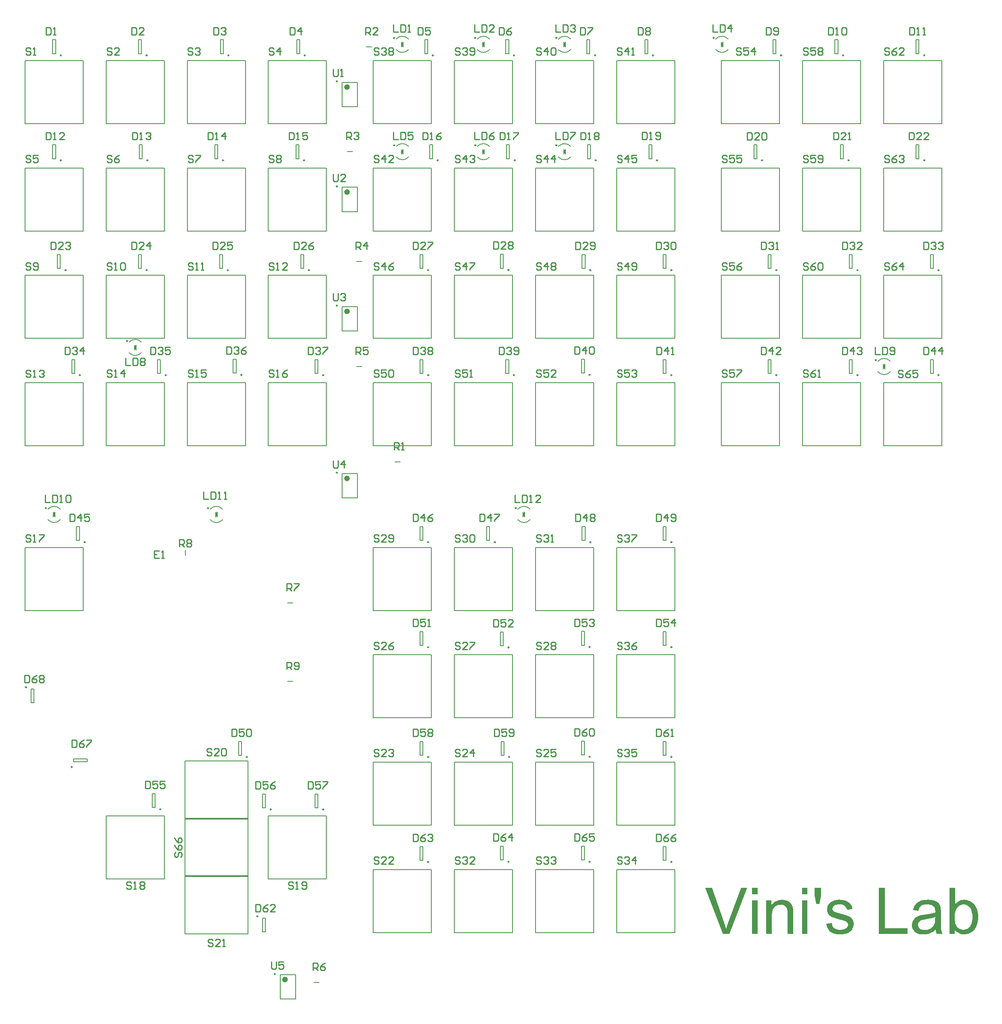
<source format=gbr>
%TF.GenerationSoftware,Altium Limited,Altium Designer,20.2.5 (213)*%
G04 Layer_Color=65535*
%FSLAX45Y45*%
%MOMM*%
%TF.SameCoordinates,662F433C-BD6F-4083-8A0F-E7C0AAC1164F*%
%TF.FilePolarity,Positive*%
%TF.FileFunction,Legend,Top*%
%TF.Part,Single*%
G01*
G75*
%TA.AperFunction,NonConductor*%
%ADD30C,0.20000*%
%ADD31C,0.25400*%
%ADD43C,0.25000*%
%ADD44C,0.60000*%
G36*
X16794418Y3641656D02*
X16676364D01*
Y3776377D01*
X16794418D01*
Y3641656D01*
D02*
G37*
G36*
X15748598D02*
X15630544D01*
Y3776377D01*
X15748598D01*
Y3641656D01*
D02*
G37*
G36*
X17080527Y3615268D02*
X17048582Y3436103D01*
X16974973D01*
X16945805Y3615268D01*
Y3776377D01*
X17080527D01*
Y3615268D01*
D02*
G37*
G36*
X16277757Y3526380D02*
X16293034Y3524991D01*
X16311092Y3522213D01*
X16330534Y3518047D01*
X16351369Y3512491D01*
X16370811Y3504158D01*
X16373590Y3502769D01*
X16379146Y3499991D01*
X16388869Y3495825D01*
X16399979Y3488880D01*
X16413867Y3480547D01*
X16426367Y3469436D01*
X16438867Y3458325D01*
X16449979Y3444437D01*
X16451367Y3443048D01*
X16454144Y3437492D01*
X16458311Y3430548D01*
X16465256Y3420826D01*
X16470811Y3406937D01*
X16476367Y3393048D01*
X16483311Y3376382D01*
X16487479Y3358327D01*
Y3356938D01*
X16488866Y3351382D01*
X16490256Y3343049D01*
X16491644Y3331938D01*
Y3315271D01*
X16493033Y3295827D01*
X16494421Y3272216D01*
Y3243050D01*
Y2815278D01*
X16376369D01*
Y3237495D01*
Y3238884D01*
Y3240272D01*
Y3249995D01*
Y3262494D01*
X16374979Y3277772D01*
X16373590Y3295827D01*
X16370811Y3313883D01*
X16366646Y3330549D01*
X16362479Y3345827D01*
Y3347216D01*
X16359702Y3351382D01*
X16355534Y3358327D01*
X16351369Y3366660D01*
X16344424Y3374993D01*
X16336092Y3384715D01*
X16324980Y3394437D01*
X16312480Y3402770D01*
X16311092Y3404159D01*
X16306924Y3406937D01*
X16298592Y3409715D01*
X16288869Y3413881D01*
X16277757Y3418048D01*
X16263869Y3422215D01*
X16247203Y3423604D01*
X16230536Y3424992D01*
X16223592D01*
X16218036Y3423604D01*
X16204147Y3422215D01*
X16186092Y3419437D01*
X16166647Y3412493D01*
X16144426Y3404159D01*
X16122205Y3393048D01*
X16101370Y3376382D01*
X16098593Y3373604D01*
X16093037Y3366660D01*
X16088870Y3361104D01*
X16084705Y3354160D01*
X16079149Y3345827D01*
X16074983Y3336105D01*
X16069427Y3324994D01*
X16063872Y3311105D01*
X16059705Y3295827D01*
X16055537Y3279161D01*
X16052760Y3261105D01*
X16049983Y3241661D01*
X16047205Y3218050D01*
Y3194440D01*
Y2815278D01*
X15929150D01*
Y3512491D01*
X16034705D01*
Y3412493D01*
X16036095Y3413881D01*
X16038872Y3418048D01*
X16043039Y3423604D01*
X16048595Y3430548D01*
X16056927Y3438881D01*
X16066649Y3448603D01*
X16077760Y3459714D01*
X16091649Y3470825D01*
X16105537Y3480547D01*
X16122205Y3491658D01*
X16140260Y3501380D01*
X16159705Y3509714D01*
X16181926Y3516658D01*
X16204147Y3522213D01*
X16229147Y3526380D01*
X16255536Y3527769D01*
X16266647D01*
X16277757Y3526380D01*
D02*
G37*
G36*
X17488853D02*
X17509686Y3524991D01*
X17531909Y3522213D01*
X17555521Y3516658D01*
X17580521Y3511102D01*
X17604131Y3502769D01*
X17605521D01*
X17606908Y3501380D01*
X17613853Y3498603D01*
X17624963Y3493047D01*
X17638852Y3486103D01*
X17654131Y3476381D01*
X17669408Y3465270D01*
X17683296Y3452770D01*
X17695796Y3438881D01*
X17697185Y3437492D01*
X17699963Y3431937D01*
X17705518Y3422215D01*
X17712463Y3411104D01*
X17719408Y3394437D01*
X17726350Y3376382D01*
X17731908Y3355549D01*
X17737462Y3331938D01*
X17622186Y3316660D01*
Y3319438D01*
X17620798Y3324994D01*
X17618019Y3334716D01*
X17613853Y3347216D01*
X17606908Y3359715D01*
X17598575Y3373604D01*
X17588853Y3387493D01*
X17574963Y3399993D01*
X17573575Y3401382D01*
X17568021Y3404159D01*
X17559686Y3409715D01*
X17547186Y3415270D01*
X17533298Y3420826D01*
X17515244Y3426381D01*
X17493021Y3429159D01*
X17469411Y3430548D01*
X17455521D01*
X17441634Y3429159D01*
X17423576Y3427770D01*
X17405522Y3423604D01*
X17386078Y3419437D01*
X17368022Y3412493D01*
X17352745Y3402770D01*
X17351357Y3401382D01*
X17347189Y3398604D01*
X17341634Y3393048D01*
X17336078Y3384715D01*
X17329134Y3376382D01*
X17323579Y3365271D01*
X17319412Y3352771D01*
X17318024Y3340271D01*
Y3338882D01*
Y3336105D01*
X17319412Y3331938D01*
Y3326382D01*
X17323579Y3312494D01*
X17331912Y3298605D01*
X17333301Y3297216D01*
X17334689Y3295827D01*
X17337466Y3291661D01*
X17343024Y3287494D01*
X17348578Y3283327D01*
X17356911Y3277772D01*
X17366634Y3273605D01*
X17377745Y3268050D01*
X17379134D01*
X17381911Y3266661D01*
X17387466Y3265272D01*
X17397189Y3261105D01*
X17411076Y3256939D01*
X17429134Y3252772D01*
X17440244Y3248606D01*
X17452744Y3245828D01*
X17466632Y3241661D01*
X17481911Y3237495D01*
X17483299D01*
X17487465Y3236106D01*
X17494411Y3234717D01*
X17502744Y3231939D01*
X17512465Y3229161D01*
X17524965Y3226384D01*
X17551353Y3218050D01*
X17580521Y3209717D01*
X17609686Y3199995D01*
X17636075Y3190273D01*
X17647186Y3186106D01*
X17656908Y3181940D01*
X17659686Y3180551D01*
X17665240Y3177773D01*
X17673573Y3173607D01*
X17686073Y3166662D01*
X17698573Y3158329D01*
X17711073Y3147218D01*
X17723573Y3134718D01*
X17734685Y3120829D01*
X17736073Y3119441D01*
X17738850Y3113885D01*
X17744408Y3105552D01*
X17749962Y3093052D01*
X17754129Y3077774D01*
X17759685Y3061108D01*
X17762462Y3041664D01*
X17763850Y3019442D01*
Y3016664D01*
Y3009720D01*
X17762462Y2998609D01*
X17759685Y2983331D01*
X17755518Y2966665D01*
X17748573Y2948609D01*
X17740240Y2927776D01*
X17729129Y2908332D01*
X17727740Y2905554D01*
X17722185Y2899999D01*
X17715240Y2890277D01*
X17704129Y2879166D01*
X17688852Y2866666D01*
X17672185Y2852777D01*
X17652740Y2840277D01*
X17629131Y2827777D01*
X17627740D01*
X17626353Y2826389D01*
X17618019Y2823611D01*
X17604131Y2819444D01*
X17586075Y2813889D01*
X17563853Y2808333D01*
X17538853Y2804167D01*
X17512465Y2801389D01*
X17481911Y2800000D01*
X17469411D01*
X17459688Y2801389D01*
X17448576D01*
X17434688Y2802778D01*
X17420799Y2804167D01*
X17405522Y2806944D01*
X17372189Y2813889D01*
X17337466Y2823611D01*
X17304134Y2837500D01*
X17288857Y2845833D01*
X17274968Y2855555D01*
X17273579Y2856944D01*
X17272189Y2858333D01*
X17263857Y2866666D01*
X17251357Y2879166D01*
X17237468Y2898610D01*
X17222191Y2922221D01*
X17206914Y2949998D01*
X17194414Y2984720D01*
X17184691Y3023608D01*
X17301357Y3041664D01*
Y3040275D01*
Y3038886D01*
X17304134Y3030553D01*
X17306912Y3016664D01*
X17312468Y3001386D01*
X17319412Y2984720D01*
X17327745Y2966665D01*
X17340245Y2948609D01*
X17355524Y2933332D01*
X17358299Y2931943D01*
X17363857Y2927776D01*
X17374966Y2922221D01*
X17388855Y2915276D01*
X17406911Y2908332D01*
X17427744Y2902777D01*
X17452744Y2898610D01*
X17481911Y2897221D01*
X17495799D01*
X17509686Y2898610D01*
X17527744Y2901388D01*
X17547186Y2905554D01*
X17568021Y2911110D01*
X17586075Y2918054D01*
X17602742Y2929165D01*
X17604131Y2930554D01*
X17609686Y2934721D01*
X17615242Y2941665D01*
X17623575Y2951387D01*
X17630519Y2962498D01*
X17637463Y2976387D01*
X17641631Y2990275D01*
X17643019Y3006942D01*
Y3008331D01*
Y3013886D01*
X17641631Y3020831D01*
X17638852Y3030553D01*
X17634686Y3040275D01*
X17627740Y3049997D01*
X17619408Y3061108D01*
X17606908Y3069441D01*
X17605521Y3070830D01*
X17601353Y3072219D01*
X17594409Y3076386D01*
X17583298Y3080552D01*
X17566631Y3086108D01*
X17556909Y3090274D01*
X17545798Y3093052D01*
X17533298Y3097219D01*
X17519409Y3101385D01*
X17504132Y3105552D01*
X17486076Y3109718D01*
X17484688D01*
X17480521Y3111107D01*
X17473576Y3112496D01*
X17465244Y3115274D01*
X17454132Y3118052D01*
X17441634Y3122218D01*
X17415244Y3129163D01*
X17384689Y3138885D01*
X17355524Y3147218D01*
X17327745Y3156940D01*
X17315245Y3162496D01*
X17305524Y3166662D01*
X17302745Y3168051D01*
X17297189Y3170829D01*
X17288857Y3176384D01*
X17277747Y3183329D01*
X17265247Y3193051D01*
X17252747Y3204162D01*
X17240247Y3216662D01*
X17229135Y3231939D01*
X17227747Y3233328D01*
X17224969Y3238884D01*
X17220802Y3248606D01*
X17216635Y3259717D01*
X17212469Y3273605D01*
X17208302Y3290272D01*
X17205524Y3306938D01*
X17204137Y3326382D01*
Y3329160D01*
Y3334716D01*
X17205524Y3343049D01*
X17206914Y3355549D01*
X17209691Y3368049D01*
X17212469Y3383326D01*
X17218024Y3397215D01*
X17224969Y3412493D01*
X17226357Y3413881D01*
X17229135Y3419437D01*
X17233302Y3426381D01*
X17240247Y3436103D01*
X17248579Y3445825D01*
X17258302Y3458325D01*
X17269414Y3469436D01*
X17283301Y3479158D01*
X17284689Y3480547D01*
X17288857Y3481936D01*
X17294412Y3486103D01*
X17302745Y3490269D01*
X17313857Y3495825D01*
X17326357Y3501380D01*
X17341634Y3506936D01*
X17358299Y3512491D01*
X17361078Y3513880D01*
X17366634Y3515269D01*
X17376357Y3518047D01*
X17388855Y3520825D01*
X17404134Y3523602D01*
X17420799Y3524991D01*
X17440244Y3527769D01*
X17473576D01*
X17488853Y3526380D01*
D02*
G37*
G36*
X15155550Y2815278D02*
X15022218D01*
X14650000Y3776377D01*
X14788887D01*
X15038884Y3077774D01*
Y3076386D01*
X15040273Y3073608D01*
X15041663Y3069441D01*
X15044440Y3063886D01*
X15045828Y3055552D01*
X15048605Y3047219D01*
X15055551Y3026386D01*
X15063884Y3002775D01*
X15072217Y2976387D01*
X15088882Y2920832D01*
Y2922221D01*
X15090273Y2924998D01*
X15091661Y2929165D01*
X15093050Y2934721D01*
X15097217Y2949998D01*
X15104161Y2970831D01*
X15111105Y2994442D01*
X15119440Y3020831D01*
X15129161Y3048608D01*
X15140273Y3077774D01*
X15401379Y3776377D01*
X15530545D01*
X15155550Y2815278D01*
D02*
G37*
G36*
X19349944Y3526380D02*
X19370776Y3524991D01*
X19394386Y3522213D01*
X19417998Y3518047D01*
X19441608Y3512491D01*
X19463831Y3505547D01*
X19466608Y3504158D01*
X19473552Y3501380D01*
X19483273Y3497214D01*
X19495773Y3491658D01*
X19509663Y3483325D01*
X19523552Y3474992D01*
X19536052Y3463881D01*
X19547163Y3452770D01*
X19548550Y3451381D01*
X19551329Y3447214D01*
X19555496Y3440270D01*
X19561050Y3431937D01*
X19567996Y3419437D01*
X19573550Y3406937D01*
X19579108Y3391659D01*
X19583273Y3373604D01*
Y3372215D01*
X19584662Y3368049D01*
X19586050Y3359715D01*
X19587440Y3348604D01*
Y3333327D01*
X19588829Y3315271D01*
X19590218Y3291661D01*
Y3265272D01*
Y3106941D01*
Y3105552D01*
Y3099996D01*
Y3091663D01*
Y3080552D01*
Y3068052D01*
Y3052775D01*
X19591606Y3019442D01*
Y2984720D01*
X19592995Y2949998D01*
X19594383Y2934721D01*
Y2920832D01*
X19595773Y2908332D01*
X19597162Y2898610D01*
Y2897221D01*
X19598550Y2891666D01*
X19599940Y2883332D01*
X19604106Y2872221D01*
X19606883Y2859721D01*
X19612440Y2845833D01*
X19619383Y2830555D01*
X19626328Y2815278D01*
X19502719D01*
X19501331Y2816666D01*
X19499940Y2822222D01*
X19497163Y2829166D01*
X19492998Y2840277D01*
X19488831Y2852777D01*
X19486052Y2868055D01*
X19483273Y2884721D01*
X19480498Y2902777D01*
X19479108D01*
X19477719Y2899999D01*
X19469386Y2893054D01*
X19456886Y2883332D01*
X19440219Y2870832D01*
X19419386Y2858333D01*
X19398553Y2844444D01*
X19376331Y2831944D01*
X19352721Y2822222D01*
X19349944Y2820833D01*
X19341611Y2819444D01*
X19329111Y2815278D01*
X19313832Y2811111D01*
X19294388Y2806944D01*
X19272166Y2804167D01*
X19247166Y2801389D01*
X19222166Y2800000D01*
X19211057D01*
X19202722Y2801389D01*
X19192999D01*
X19181889Y2802778D01*
X19156889Y2806944D01*
X19129112Y2813889D01*
X19098557Y2823611D01*
X19070779Y2837500D01*
X19045779Y2855555D01*
X19043002Y2858333D01*
X19036058Y2865277D01*
X19026337Y2877777D01*
X19015225Y2894443D01*
X19004114Y2915276D01*
X18994392Y2938887D01*
X18987447Y2968053D01*
X18986058Y2981942D01*
X18984669Y2998609D01*
Y3001386D01*
Y3006942D01*
X18986058Y3016664D01*
X18987447Y3029164D01*
X18990225Y3044441D01*
X18994392Y3059719D01*
X18999947Y3076386D01*
X19006891Y3091663D01*
X19008279Y3093052D01*
X19011058Y3098607D01*
X19016612Y3106941D01*
X19023558Y3116663D01*
X19031891Y3127774D01*
X19043002Y3138885D01*
X19054112Y3149996D01*
X19068002Y3159718D01*
X19069391Y3161107D01*
X19074947Y3163884D01*
X19081889Y3169440D01*
X19093001Y3174995D01*
X19105501Y3180551D01*
X19120779Y3187495D01*
X19136057Y3193051D01*
X19154112Y3198606D01*
X19155501D01*
X19161057Y3199995D01*
X19169389Y3202773D01*
X19180499Y3204162D01*
X19194389Y3206939D01*
X19212444Y3209717D01*
X19233278Y3213884D01*
X19258276Y3216662D01*
X19259666D01*
X19265222Y3218050D01*
X19272166D01*
X19281888Y3219439D01*
X19292999Y3220828D01*
X19306888Y3223606D01*
X19322165Y3224995D01*
X19338832Y3227773D01*
X19372165Y3234717D01*
X19408275Y3241661D01*
X19440219Y3249995D01*
X19455498Y3254161D01*
X19469386Y3258328D01*
Y3259717D01*
Y3262494D01*
X19470775Y3270828D01*
Y3280550D01*
Y3286105D01*
Y3288883D01*
Y3290272D01*
Y3291661D01*
Y3299994D01*
X19469386Y3313883D01*
X19466608Y3329160D01*
X19462440Y3345827D01*
X19455498Y3362493D01*
X19447163Y3377771D01*
X19436053Y3390271D01*
X19434663Y3391659D01*
X19427721Y3397215D01*
X19416609Y3402770D01*
X19402721Y3411104D01*
X19383276Y3418048D01*
X19361053Y3424992D01*
X19333276Y3429159D01*
X19301332Y3430548D01*
X19287444D01*
X19273555Y3429159D01*
X19254111Y3426381D01*
X19234666Y3423604D01*
X19213834Y3418048D01*
X19194389Y3411104D01*
X19177724Y3401382D01*
X19176334Y3399993D01*
X19170778Y3395826D01*
X19163834Y3388882D01*
X19155501Y3377771D01*
X19147166Y3363882D01*
X19137445Y3345827D01*
X19129112Y3323605D01*
X19120779Y3298605D01*
X19005502Y3313883D01*
Y3315271D01*
X19006891Y3316660D01*
Y3320827D01*
X19008279Y3326382D01*
X19012447Y3338882D01*
X19018002Y3356938D01*
X19024947Y3374993D01*
X19033279Y3394437D01*
X19044391Y3413881D01*
X19056891Y3431937D01*
X19058279Y3433326D01*
X19063835Y3438881D01*
X19072168Y3447214D01*
X19083279Y3458325D01*
X19098557Y3469436D01*
X19116612Y3480547D01*
X19137445Y3493047D01*
X19161057Y3502769D01*
X19162445D01*
X19163834Y3504158D01*
X19168001Y3505547D01*
X19173557Y3506936D01*
X19187445Y3511102D01*
X19206889Y3515269D01*
X19229111Y3519436D01*
X19256888Y3523602D01*
X19286055Y3526380D01*
X19319388Y3527769D01*
X19334665D01*
X19349944Y3526380D01*
D02*
G37*
G36*
X18415231Y2929165D02*
X18888837D01*
Y2815278D01*
X18287456D01*
Y3776377D01*
X18415231D01*
Y2929165D01*
D02*
G37*
G36*
X16794418Y2815278D02*
X16676364D01*
Y3512491D01*
X16794418D01*
Y2815278D01*
D02*
G37*
G36*
X15748598D02*
X15630544D01*
Y3512491D01*
X15748598D01*
Y2815278D01*
D02*
G37*
G36*
X19887436Y3433326D02*
X19888824Y3434714D01*
X19890215Y3437492D01*
X19894382Y3441659D01*
X19901324Y3448603D01*
X19908269Y3455548D01*
X19916603Y3463881D01*
X19927715Y3472214D01*
X19938824Y3480547D01*
X19966602Y3498603D01*
X19998546Y3512491D01*
X20016602Y3519436D01*
X20036046Y3523602D01*
X20056879Y3526380D01*
X20077711Y3527769D01*
X20088823D01*
X20101323Y3526380D01*
X20116600Y3524991D01*
X20134656Y3520825D01*
X20155489Y3516658D01*
X20177710Y3509714D01*
X20198544Y3501380D01*
X20201321Y3499991D01*
X20208266Y3497214D01*
X20219377Y3490269D01*
X20231876Y3481936D01*
X20247154Y3472214D01*
X20262431Y3459714D01*
X20279099Y3444437D01*
X20292987Y3427770D01*
X20294376Y3426381D01*
X20298541Y3419437D01*
X20305487Y3409715D01*
X20313820Y3397215D01*
X20323541Y3380548D01*
X20333264Y3361104D01*
X20342986Y3338882D01*
X20351318Y3315271D01*
Y3313883D01*
X20352708Y3312494D01*
X20354097Y3308327D01*
X20355486Y3304161D01*
X20358264Y3290272D01*
X20362430Y3272216D01*
X20366597Y3251383D01*
X20370764Y3227773D01*
X20372153Y3201384D01*
X20373541Y3173607D01*
Y3172218D01*
Y3165273D01*
Y3156940D01*
X20372153Y3144440D01*
X20370764Y3129163D01*
X20369376Y3112496D01*
X20366597Y3093052D01*
X20362430Y3072219D01*
X20351318Y3027775D01*
X20344376Y3004164D01*
X20336041Y2981942D01*
X20326320Y2958331D01*
X20313820Y2937498D01*
X20299931Y2916665D01*
X20284654Y2897221D01*
X20283266Y2895832D01*
X20280487Y2893054D01*
X20276320Y2888888D01*
X20269376Y2881943D01*
X20259654Y2874999D01*
X20249931Y2866666D01*
X20238821Y2858333D01*
X20224931Y2848611D01*
X20209656Y2840277D01*
X20194377Y2830555D01*
X20156877Y2815278D01*
X20137433Y2808333D01*
X20116600Y2804167D01*
X20094379Y2801389D01*
X20072156Y2800000D01*
X20066602D01*
X20059656Y2801389D01*
X20051323D01*
X20041602Y2802778D01*
X20029102Y2805555D01*
X20001324Y2812500D01*
X19986046Y2818055D01*
X19970769Y2825000D01*
X19954102Y2833333D01*
X19938824Y2843055D01*
X19922157Y2855555D01*
X19906880Y2869444D01*
X19892992Y2884721D01*
X19879103Y2902777D01*
Y2815278D01*
X19769382D01*
Y3776377D01*
X19887436D01*
Y3433326D01*
D02*
G37*
%LPC*%
G36*
X19470775Y3165273D02*
X19469386D01*
X19467998Y3163884D01*
X19463831Y3162496D01*
X19458275Y3161107D01*
X19451331Y3158329D01*
X19442998Y3155551D01*
X19433275Y3152773D01*
X19422163Y3149996D01*
X19409663Y3145829D01*
X19394386Y3143051D01*
X19379109Y3138885D01*
X19361053Y3134718D01*
X19341611Y3130552D01*
X19322165Y3126385D01*
X19299944Y3123607D01*
X19276334Y3119441D01*
X19273555D01*
X19265222Y3118052D01*
X19251334Y3115274D01*
X19236055Y3112496D01*
X19219389Y3109718D01*
X19202722Y3105552D01*
X19187445Y3101385D01*
X19173557Y3095830D01*
X19172166D01*
X19168001Y3093052D01*
X19162445Y3090274D01*
X19156889Y3086108D01*
X19140224Y3074997D01*
X19126334Y3058330D01*
Y3056941D01*
X19123557Y3054164D01*
X19122168Y3048608D01*
X19119389Y3041664D01*
X19116612Y3033330D01*
X19113835Y3024997D01*
X19112447Y3013886D01*
X19111057Y3002775D01*
Y3001386D01*
Y2994442D01*
X19112447Y2986109D01*
X19115224Y2974998D01*
X19119389Y2962498D01*
X19126334Y2949998D01*
X19134668Y2936109D01*
X19145779Y2923610D01*
X19147166Y2922221D01*
X19152724Y2919443D01*
X19161057Y2913887D01*
X19172166Y2908332D01*
X19187445Y2902777D01*
X19205499Y2897221D01*
X19226334Y2894443D01*
X19251334Y2893054D01*
X19262444D01*
X19276334Y2894443D01*
X19291611Y2897221D01*
X19311053Y2899999D01*
X19330499Y2905554D01*
X19351332Y2912499D01*
X19372165Y2922221D01*
X19374942Y2923610D01*
X19380498Y2927776D01*
X19390221Y2934721D01*
X19401331Y2944443D01*
X19413831Y2955554D01*
X19427721Y2969442D01*
X19438831Y2986109D01*
X19449942Y3004164D01*
X19451331Y3005553D01*
X19452719Y3011109D01*
X19455498Y3020831D01*
X19459663Y3033330D01*
X19463831Y3049997D01*
X19466608Y3069441D01*
X19467998Y3093052D01*
X19469386Y3120829D01*
X19470775Y3165273D01*
D02*
G37*
G36*
X20080489Y3430548D02*
X20059656D01*
X20054102Y3429159D01*
X20038823Y3426381D01*
X20020769Y3422215D01*
X19999934Y3413881D01*
X19977713Y3401382D01*
X19966602Y3394437D01*
X19955492Y3384715D01*
X19944380Y3374993D01*
X19933269Y3362493D01*
Y3361104D01*
X19930492Y3359715D01*
X19927715Y3355549D01*
X19924936Y3349993D01*
X19920769Y3343049D01*
X19915215Y3334716D01*
X19911047Y3324994D01*
X19905492Y3313883D01*
X19899936Y3299994D01*
X19895769Y3286105D01*
X19890215Y3269439D01*
X19886047Y3252772D01*
X19883270Y3233328D01*
X19880492Y3212495D01*
X19877715Y3191662D01*
Y3168051D01*
Y3166662D01*
Y3162496D01*
Y3155551D01*
Y3147218D01*
X19879103Y3137496D01*
Y3124996D01*
X19881882Y3098607D01*
X19886047Y3069441D01*
X19891603Y3038886D01*
X19899936Y3011109D01*
X19905492Y2998609D01*
X19911047Y2987498D01*
Y2986109D01*
X19913824Y2983331D01*
X19916603Y2979164D01*
X19920769Y2973609D01*
X19933269Y2958331D01*
X19951324Y2943054D01*
X19972157Y2926387D01*
X19998546Y2911110D01*
X20012434Y2905554D01*
X20029102Y2901388D01*
X20044379Y2898610D01*
X20062434Y2897221D01*
X20069379D01*
X20074934Y2898610D01*
X20090211Y2901388D01*
X20108267Y2905554D01*
X20129100Y2913887D01*
X20151321Y2924998D01*
X20173544Y2941665D01*
X20184656Y2952776D01*
X20195766Y2963887D01*
Y2965276D01*
X20198544Y2966665D01*
X20201321Y2970831D01*
X20204099Y2976387D01*
X20209656Y2983331D01*
X20213821Y2991664D01*
X20219377Y3002775D01*
X20224931Y3013886D01*
X20229099Y3027775D01*
X20234654Y3041664D01*
X20240210Y3058330D01*
X20244376Y3076386D01*
X20247154Y3095830D01*
X20249931Y3116663D01*
X20252710Y3140274D01*
Y3163884D01*
Y3165273D01*
Y3169440D01*
Y3176384D01*
X20251321Y3186106D01*
Y3197217D01*
X20249931Y3211106D01*
X20245766Y3240272D01*
X20240210Y3272216D01*
X20230489Y3306938D01*
X20216599Y3337493D01*
X20208266Y3352771D01*
X20198544Y3365271D01*
Y3366660D01*
X20195766Y3368049D01*
X20188821Y3374993D01*
X20177710Y3386104D01*
X20162433Y3398604D01*
X20142989Y3409715D01*
X20120767Y3420826D01*
X20094379Y3427770D01*
X20080489Y3430548D01*
D02*
G37*
%LPD*%
D30*
X2829642Y15209969D02*
G03*
X2570358Y15209969I-129642J-109968D01*
G01*
Y14990031D02*
G03*
X2829642Y14990031I129642J109968D01*
G01*
X10979641Y11709968D02*
G03*
X10720358Y11709968I-129642J-109968D01*
G01*
Y11490032D02*
G03*
X10979641Y11490032I129642J109968D01*
G01*
X4529642Y11709968D02*
G03*
X4270358Y11709968I-129642J-109968D01*
G01*
Y11490032D02*
G03*
X4529642Y11490032I129642J109968D01*
G01*
X1129642Y11709968D02*
G03*
X870358Y11709968I-129642J-109968D01*
G01*
Y11490032D02*
G03*
X1129642Y11490032I129642J109968D01*
G01*
X18529642Y14809969D02*
G03*
X18270358Y14809969I-129642J-109968D01*
G01*
Y14590031D02*
G03*
X18529642Y14590031I129642J109968D01*
G01*
X11829642Y19309969D02*
G03*
X11570358Y19309969I-129642J-109968D01*
G01*
Y19090031D02*
G03*
X11829642Y19090031I129642J109968D01*
G01*
X10129642Y19309969D02*
G03*
X9870358Y19309969I-129642J-109968D01*
G01*
Y19090031D02*
G03*
X10129642Y19090031I129642J109968D01*
G01*
X8429642Y19309969D02*
G03*
X8170358Y19309969I-129642J-109968D01*
G01*
Y19090031D02*
G03*
X8429642Y19090031I129642J109968D01*
G01*
X15129642Y21559969D02*
G03*
X14870358Y21559969I-129642J-109968D01*
G01*
Y21340031D02*
G03*
X15129642Y21340031I129642J109968D01*
G01*
X11829642Y21559969D02*
G03*
X11570358Y21559969I-129642J-109968D01*
G01*
Y21340031D02*
G03*
X11829642Y21340031I129642J109968D01*
G01*
X10129642Y21559969D02*
G03*
X9870358Y21559969I-129642J-109968D01*
G01*
Y21340031D02*
G03*
X10129642Y21340031I129642J109968D01*
G01*
X8429642Y21559969D02*
G03*
X8170358Y21559969I-129642J-109968D01*
G01*
Y21340031D02*
G03*
X8429642Y21340031I129642J109968D01*
G01*
X14990401Y19789600D02*
Y21110400D01*
X16209599D01*
Y19789600D02*
Y21110400D01*
X14990401Y19789600D02*
X16209599D01*
X18390401Y13039600D02*
Y14360400D01*
X19609599D01*
Y13039600D02*
Y14360400D01*
X18390401Y13039600D02*
X19609599D01*
X2717000Y15050000D02*
Y15100000D01*
X2683000D02*
X2717000D01*
X2683000D02*
X2717000Y15075000D01*
X2683000Y15100000D02*
X2717000Y15125000D01*
Y15100000D02*
Y15150000D01*
X2683000Y15100000D02*
X2717000Y15050000D01*
X2683000Y15100000D02*
X2717000Y15150000D01*
X2683000Y15050000D02*
Y15150000D01*
X520000Y7655000D02*
X580000D01*
Y7945000D01*
X520000D02*
X580000D01*
X520000Y7655000D02*
Y7945000D01*
X1695000Y6420000D02*
Y6480000D01*
X1405000D02*
X1695000D01*
X1405000Y6420000D02*
Y6480000D01*
Y6420000D02*
X1695000D01*
X3750000Y10745000D02*
Y10855000D01*
X5895000Y9750000D02*
X6005000D01*
X5895000Y8100000D02*
X6005000D01*
X5740000Y1445000D02*
X6060000D01*
X5740000Y1955000D02*
X6060000D01*
Y1445000D02*
Y1955000D01*
X5740000Y1445000D02*
Y1955000D01*
X7040000Y11945000D02*
X7360000D01*
X7040000Y12455000D02*
X7360000D01*
Y11945000D02*
Y12455000D01*
X7040000Y11945000D02*
Y12455000D01*
Y15445000D02*
X7360000D01*
X7040000Y15955000D02*
X7360000D01*
Y15445000D02*
Y15955000D01*
X7040000Y15445000D02*
Y15955000D01*
Y17945000D02*
X7360000D01*
X7040000Y18455000D02*
X7360000D01*
Y17945000D02*
Y18455000D01*
X7040000Y17945000D02*
Y18455000D01*
Y20145000D02*
X7360000D01*
X7040000Y20655000D02*
X7360000D01*
Y20145000D02*
Y20655000D01*
X7040000Y20145000D02*
Y20655000D01*
X3739608Y4015400D02*
X5060408D01*
X3739608D02*
Y5234600D01*
X5060408D01*
Y4015400D02*
Y5234600D01*
X18390401Y15289600D02*
Y16610400D01*
X19609599D01*
Y15289600D02*
Y16610400D01*
X18390401Y15289600D02*
X19609599D01*
X18390401Y17539600D02*
Y18860400D01*
X19609599D01*
Y17539600D02*
Y18860400D01*
X18390401Y17539600D02*
X19609599D01*
X18390401Y19789600D02*
Y21110400D01*
X19609599D01*
Y19789600D02*
Y21110400D01*
X18390401Y19789600D02*
X19609599D01*
X16690401Y13039600D02*
Y14360400D01*
X17909599D01*
Y13039600D02*
Y14360400D01*
X16690401Y13039600D02*
X17909599D01*
X16690401Y15289600D02*
Y16610400D01*
X17909599D01*
Y15289600D02*
Y16610400D01*
X16690401Y15289600D02*
X17909599D01*
X16690401Y17539600D02*
Y18860400D01*
X17909599D01*
Y17539600D02*
Y18860400D01*
X16690401Y17539600D02*
X17909599D01*
X16690401Y19789600D02*
Y21110400D01*
X17909599D01*
Y19789600D02*
Y21110400D01*
X16690401Y19789600D02*
X17909599D01*
X14990401Y13039600D02*
Y14360400D01*
X16209599D01*
Y13039600D02*
Y14360400D01*
X14990401Y13039600D02*
X16209599D01*
X14990401Y15289600D02*
Y16610400D01*
X16209599D01*
Y15289600D02*
Y16610400D01*
X14990401Y15289600D02*
X16209599D01*
X14990401Y17539600D02*
Y18860400D01*
X16209599D01*
Y17539600D02*
Y18860400D01*
X14990401Y17539600D02*
X16209599D01*
X12790400Y13039600D02*
Y14360400D01*
X14009599D01*
Y13039600D02*
Y14360400D01*
X12790400Y13039600D02*
X14009599D01*
X11090400D02*
Y14360400D01*
X12309600D01*
Y13039600D02*
Y14360400D01*
X11090400Y13039600D02*
X12309600D01*
X9390400D02*
Y14360400D01*
X10609600D01*
Y13039600D02*
Y14360400D01*
X9390400Y13039600D02*
X10609600D01*
X7690400D02*
Y14360400D01*
X8909600D01*
Y13039600D02*
Y14360400D01*
X7690400Y13039600D02*
X8909600D01*
X12790400Y15289600D02*
Y16610400D01*
X14009599D01*
Y15289600D02*
Y16610400D01*
X12790400Y15289600D02*
X14009599D01*
X11090400D02*
Y16610400D01*
X12309600D01*
Y15289600D02*
Y16610400D01*
X11090400Y15289600D02*
X12309600D01*
X9390400D02*
Y16610400D01*
X10609600D01*
Y15289600D02*
Y16610400D01*
X9390400Y15289600D02*
X10609600D01*
X7690400D02*
Y16610400D01*
X8909600D01*
Y15289600D02*
Y16610400D01*
X7690400Y15289600D02*
X8909600D01*
X12790400Y17539600D02*
Y18860400D01*
X14009599D01*
Y17539600D02*
Y18860400D01*
X12790400Y17539600D02*
X14009599D01*
X11090400D02*
Y18860400D01*
X12309600D01*
Y17539600D02*
Y18860400D01*
X11090400Y17539600D02*
X12309600D01*
X9390400D02*
Y18860400D01*
X10609600D01*
Y17539600D02*
Y18860400D01*
X9390400Y17539600D02*
X10609600D01*
X7690400D02*
Y18860400D01*
X8909600D01*
Y17539600D02*
Y18860400D01*
X7690400Y17539600D02*
X8909600D01*
X12790400Y19789600D02*
Y21110400D01*
X14009599D01*
Y19789600D02*
Y21110400D01*
X12790400Y19789600D02*
X14009599D01*
X11090400D02*
Y21110400D01*
X12309600D01*
Y19789600D02*
Y21110400D01*
X11090400Y19789600D02*
X12309600D01*
X9390400D02*
Y21110400D01*
X10609600D01*
Y19789600D02*
Y21110400D01*
X9390400Y19789600D02*
X10609600D01*
X7690400D02*
Y21110400D01*
X8909600D01*
Y19789600D02*
Y21110400D01*
X7690400Y19789600D02*
X8909600D01*
X12790400Y9589600D02*
Y10910400D01*
X14009599D01*
Y9589600D02*
Y10910400D01*
X12790400Y9589600D02*
X14009599D01*
X12790400Y7339600D02*
Y8660400D01*
X14009599D01*
Y7339600D02*
Y8660400D01*
X12790400Y7339600D02*
X14009599D01*
X12790400Y5089600D02*
Y6410400D01*
X14009599D01*
Y5089600D02*
Y6410400D01*
X12790400Y5089600D02*
X14009599D01*
X12790400Y2839600D02*
Y4160400D01*
X14009599D01*
Y2839600D02*
Y4160400D01*
X12790400Y2839600D02*
X14009599D01*
X11090400D02*
Y4160400D01*
X12309600D01*
Y2839600D02*
Y4160400D01*
X11090400Y2839600D02*
X12309600D01*
X9390400D02*
Y4160400D01*
X10609600D01*
Y2839600D02*
Y4160400D01*
X9390400Y2839600D02*
X10609600D01*
X11090400Y9589600D02*
Y10910400D01*
X12309600D01*
Y9589600D02*
Y10910400D01*
X11090400Y9589600D02*
X12309600D01*
X9390400D02*
Y10910400D01*
X10609600D01*
Y9589600D02*
Y10910400D01*
X9390400Y9589600D02*
X10609600D01*
X7690400D02*
Y10910400D01*
X8909600D01*
Y9589600D02*
Y10910400D01*
X7690400Y9589600D02*
X8909600D01*
X11090400Y7339600D02*
Y8660400D01*
X12309600D01*
Y7339600D02*
Y8660400D01*
X11090400Y7339600D02*
X12309600D01*
X9390400D02*
Y8660400D01*
X10609600D01*
Y7339600D02*
Y8660400D01*
X9390400Y7339600D02*
X10609600D01*
X7690400D02*
Y8660400D01*
X8909600D01*
Y7339600D02*
Y8660400D01*
X7690400Y7339600D02*
X8909600D01*
X11090400Y5089600D02*
Y6410400D01*
X12309600D01*
Y5089600D02*
Y6410400D01*
X11090400Y5089600D02*
X12309600D01*
X9390400D02*
Y6410400D01*
X10609600D01*
Y5089600D02*
Y6410400D01*
X9390400Y5089600D02*
X10609600D01*
X7690400D02*
Y6410400D01*
X8909600D01*
Y5089600D02*
Y6410400D01*
X7690400Y5089600D02*
X8909600D01*
X7690400Y2839600D02*
Y4160400D01*
X8909600D01*
Y2839600D02*
Y4160400D01*
X7690400Y2839600D02*
X8909600D01*
X3739600Y2815400D02*
X5060400D01*
X3739600D02*
Y4034600D01*
X5060400D01*
Y2815400D02*
Y4034600D01*
X3739600Y5215400D02*
X5060400D01*
X3739600D02*
Y6434600D01*
X5060400D01*
Y5215400D02*
Y6434600D01*
X5490400Y3964600D02*
Y5285400D01*
X6709600D01*
Y3964600D02*
Y5285400D01*
X5490400Y3964600D02*
X6709600D01*
X2090400D02*
Y5285400D01*
X3309600D01*
Y3964600D02*
Y5285400D01*
X2090400Y3964600D02*
X3309600D01*
X390400Y9589600D02*
Y10910400D01*
X1609600D01*
Y9589600D02*
Y10910400D01*
X390400Y9589600D02*
X1609600D01*
X5490400Y13039600D02*
Y14360400D01*
X6709600D01*
Y13039600D02*
Y14360400D01*
X5490400Y13039600D02*
X6709600D01*
X3790400D02*
Y14360400D01*
X5009600D01*
Y13039600D02*
Y14360400D01*
X3790400Y13039600D02*
X5009600D01*
X2090400D02*
Y14360400D01*
X3309600D01*
Y13039600D02*
Y14360400D01*
X2090400Y13039600D02*
X3309600D01*
X390400D02*
Y14360400D01*
X1609600D01*
Y13039600D02*
Y14360400D01*
X390400Y13039600D02*
X1609600D01*
X5490400Y15289600D02*
Y16610400D01*
X6709600D01*
Y15289600D02*
Y16610400D01*
X5490400Y15289600D02*
X6709600D01*
X3790400D02*
Y16610400D01*
X5009600D01*
Y15289600D02*
Y16610400D01*
X3790400Y15289600D02*
X5009600D01*
X2090400D02*
Y16610400D01*
X3309600D01*
Y15289600D02*
Y16610400D01*
X2090400Y15289600D02*
X3309600D01*
X390400D02*
Y16610400D01*
X1609600D01*
Y15289600D02*
Y16610400D01*
X390400Y15289600D02*
X1609600D01*
X5490400Y17539600D02*
Y18860400D01*
X6709600D01*
Y17539600D02*
Y18860400D01*
X5490400Y17539600D02*
X6709600D01*
X3790400D02*
Y18860400D01*
X5009600D01*
Y17539600D02*
Y18860400D01*
X3790400Y17539600D02*
X5009600D01*
X2090400D02*
Y18860400D01*
X3309600D01*
Y17539600D02*
Y18860400D01*
X2090400Y17539600D02*
X3309600D01*
X390400D02*
Y18860400D01*
X1609600D01*
Y17539600D02*
Y18860400D01*
X390400Y17539600D02*
X1609600D01*
X5490400Y19789600D02*
Y21110400D01*
X6709600D01*
Y19789600D02*
Y21110400D01*
X5490400Y19789600D02*
X6709600D01*
X3790400D02*
Y21110400D01*
X5009600D01*
Y19789600D02*
Y21110400D01*
X3790400Y19789600D02*
X5009600D01*
X2090400D02*
Y21110400D01*
X3309600D01*
Y19789600D02*
Y21110400D01*
X2090400Y19789600D02*
X3309600D01*
X390400D02*
Y21110400D01*
X1609600D01*
Y19789600D02*
Y21110400D01*
X390400Y19789600D02*
X1609600D01*
X6445000Y1800000D02*
X6555000D01*
X7345000Y14700000D02*
X7455000D01*
X7345000Y16900000D02*
X7455000D01*
X7145000Y19200000D02*
X7255000D01*
X7545000Y21400000D02*
X7655000D01*
X8145000Y12700000D02*
X8255000D01*
X10867000Y11550000D02*
Y11600000D01*
X10833000D02*
X10867000D01*
X10833000D02*
X10867000Y11575000D01*
X10833000Y11600000D02*
X10867000Y11625000D01*
Y11600000D02*
Y11650000D01*
X10833000Y11600000D02*
X10867000Y11550000D01*
X10833000Y11600000D02*
X10867000Y11650000D01*
X10833000Y11550000D02*
Y11650000D01*
X4417000Y11550000D02*
Y11600000D01*
X4383000D02*
X4417000D01*
X4383000D02*
X4417000Y11575000D01*
X4383000Y11600000D02*
X4417000Y11625000D01*
Y11600000D02*
Y11650000D01*
X4383000Y11600000D02*
X4417000Y11550000D01*
X4383000Y11600000D02*
X4417000Y11650000D01*
X4383000Y11550000D02*
Y11650000D01*
X1017000Y11550000D02*
Y11600000D01*
X983000D02*
X1017000D01*
X983000D02*
X1017000Y11575000D01*
X983000Y11600000D02*
X1017000Y11625000D01*
Y11600000D02*
Y11650000D01*
X983000Y11600000D02*
X1017000Y11550000D01*
X983000Y11600000D02*
X1017000Y11650000D01*
X983000Y11550000D02*
Y11650000D01*
X18417000Y14650000D02*
Y14700000D01*
X18383000D02*
X18417000D01*
X18383000D02*
X18417000Y14675000D01*
X18383000Y14700000D02*
X18417000Y14725000D01*
Y14700000D02*
Y14750000D01*
X18383000Y14700000D02*
X18417000Y14650000D01*
X18383000Y14700000D02*
X18417000Y14750000D01*
X18383000Y14650000D02*
Y14750000D01*
X11717000Y19150000D02*
Y19200000D01*
X11683000D02*
X11717000D01*
X11683000D02*
X11717000Y19175000D01*
X11683000Y19200000D02*
X11717000Y19225000D01*
Y19200000D02*
Y19250000D01*
X11683000Y19200000D02*
X11717000Y19150000D01*
X11683000Y19200000D02*
X11717000Y19250000D01*
X11683000Y19150000D02*
Y19250000D01*
X10017000Y19150000D02*
Y19200000D01*
X9983000D02*
X10017000D01*
X9983000D02*
X10017000Y19175000D01*
X9983000Y19200000D02*
X10017000Y19225000D01*
Y19200000D02*
Y19250000D01*
X9983000Y19200000D02*
X10017000Y19150000D01*
X9983000Y19200000D02*
X10017000Y19250000D01*
X9983000Y19150000D02*
Y19250000D01*
X8317000Y19150000D02*
Y19200000D01*
X8283000D02*
X8317000D01*
X8283000D02*
X8317000Y19175000D01*
X8283000Y19200000D02*
X8317000Y19225000D01*
Y19200000D02*
Y19250000D01*
X8283000Y19200000D02*
X8317000Y19150000D01*
X8283000Y19200000D02*
X8317000Y19250000D01*
X8283000Y19150000D02*
Y19250000D01*
X15017000Y21400000D02*
Y21450000D01*
X14983000D02*
X15017000D01*
X14983000D02*
X15017000Y21425000D01*
X14983000Y21450000D02*
X15017000Y21475000D01*
Y21450000D02*
Y21500000D01*
X14983000Y21450000D02*
X15017000Y21400000D01*
X14983000Y21450000D02*
X15017000Y21500000D01*
X14983000Y21400000D02*
Y21500000D01*
X11717000Y21400000D02*
Y21450000D01*
X11683000D02*
X11717000D01*
X11683000D02*
X11717000Y21425000D01*
X11683000Y21450000D02*
X11717000Y21475000D01*
Y21450000D02*
Y21500000D01*
X11683000Y21450000D02*
X11717000Y21400000D01*
X11683000Y21450000D02*
X11717000Y21500000D01*
X11683000Y21400000D02*
Y21500000D01*
X10017000Y21400000D02*
Y21450000D01*
X9983000D02*
X10017000D01*
X9983000D02*
X10017000Y21425000D01*
X9983000Y21450000D02*
X10017000Y21475000D01*
Y21450000D02*
Y21500000D01*
X9983000Y21450000D02*
X10017000Y21400000D01*
X9983000Y21450000D02*
X10017000Y21500000D01*
X9983000Y21400000D02*
Y21500000D01*
X8317000Y21400000D02*
Y21450000D01*
X8283000D02*
X8317000D01*
X8283000D02*
X8317000Y21425000D01*
X8283000Y21450000D02*
X8317000Y21475000D01*
Y21450000D02*
Y21500000D01*
X8283000Y21450000D02*
X8317000Y21400000D01*
X8283000Y21450000D02*
X8317000Y21500000D01*
X8283000Y21400000D02*
Y21500000D01*
X13770000Y4645000D02*
X13830000D01*
X13770000Y4355000D02*
Y4645000D01*
Y4355000D02*
X13830000D01*
Y4645000D01*
X12055000Y4650000D02*
X12115000D01*
X12055000Y4360000D02*
Y4650000D01*
Y4360000D02*
X12115000D01*
Y4650000D01*
X10355000D02*
X10415000D01*
X10355000Y4360000D02*
Y4650000D01*
Y4360000D02*
X10415000D01*
Y4650000D01*
X8670000Y4645000D02*
X8730000D01*
X8670000Y4355000D02*
Y4645000D01*
Y4355000D02*
X8730000D01*
Y4645000D01*
X5370000Y2855000D02*
X5430000D01*
Y3145000D01*
X5370000D02*
X5430000D01*
X5370000Y2855000D02*
Y3145000D01*
X13770000Y6845000D02*
X13830000D01*
X13770000Y6555000D02*
Y6845000D01*
Y6555000D02*
X13830000D01*
Y6845000D01*
X12055000Y6850000D02*
X12115000D01*
X12055000Y6560000D02*
Y6850000D01*
Y6560000D02*
X12115000D01*
Y6850000D01*
X10370000Y6845000D02*
X10430000D01*
X10370000Y6555000D02*
Y6845000D01*
Y6555000D02*
X10430000D01*
Y6845000D01*
X8670000D02*
X8730000D01*
X8670000Y6555000D02*
Y6845000D01*
Y6555000D02*
X8730000D01*
Y6845000D01*
X6470000Y5745000D02*
X6530000D01*
X6470000Y5455000D02*
Y5745000D01*
Y5455000D02*
X6530000D01*
Y5745000D01*
X5370000D02*
X5430000D01*
X5370000Y5455000D02*
Y5745000D01*
Y5455000D02*
X5430000D01*
Y5745000D01*
X3055000Y5750000D02*
X3115000D01*
X3055000Y5460000D02*
Y5750000D01*
Y5460000D02*
X3115000D01*
Y5750000D01*
X13770000Y9145000D02*
X13830000D01*
X13770000Y8855000D02*
Y9145000D01*
Y8855000D02*
X13830000D01*
Y9145000D01*
X12055000Y9150000D02*
X12115000D01*
X12055000Y8860000D02*
Y9150000D01*
Y8860000D02*
X12115000D01*
Y9150000D01*
X10355000Y9140000D02*
X10415000D01*
X10355000Y8850000D02*
Y9140000D01*
Y8850000D02*
X10415000D01*
Y9140000D01*
X8670000Y9145000D02*
X8730000D01*
X8670000Y8855000D02*
Y9145000D01*
Y8855000D02*
X8730000D01*
Y9145000D01*
X4870000Y6845000D02*
X4930000D01*
X4870000Y6555000D02*
Y6845000D01*
Y6555000D02*
X4930000D01*
Y6845000D01*
X13770000Y11345000D02*
X13830000D01*
X13770000Y11055000D02*
Y11345000D01*
Y11055000D02*
X13830000D01*
Y11345000D01*
X12070000D02*
X12130000D01*
X12070000Y11055000D02*
Y11345000D01*
Y11055000D02*
X12130000D01*
Y11345000D01*
X10070000D02*
X10130000D01*
X10070000Y11055000D02*
Y11345000D01*
Y11055000D02*
X10130000D01*
Y11345000D01*
X8670000D02*
X8730000D01*
X8670000Y11055000D02*
Y11345000D01*
Y11055000D02*
X8730000D01*
Y11345000D01*
X1470000D02*
X1530000D01*
X1470000Y11055000D02*
Y11345000D01*
Y11055000D02*
X1530000D01*
Y11345000D01*
X19370000Y14845000D02*
X19430000D01*
X19370000Y14555000D02*
Y14845000D01*
Y14555000D02*
X19430000D01*
Y14845000D01*
X17670000D02*
X17730000D01*
X17670000Y14555000D02*
Y14845000D01*
Y14555000D02*
X17730000D01*
Y14845000D01*
X15970000D02*
X16030000D01*
X15970000Y14555000D02*
Y14845000D01*
Y14555000D02*
X16030000D01*
Y14845000D01*
X13770000D02*
X13830000D01*
X13770000Y14555000D02*
Y14845000D01*
Y14555000D02*
X13830000D01*
Y14845000D01*
X12055000Y14850000D02*
X12115000D01*
X12055000Y14560001D02*
Y14850000D01*
Y14560001D02*
X12115000D01*
Y14850000D01*
X10470000Y14845000D02*
X10530000D01*
X10470000Y14555000D02*
Y14845000D01*
Y14555000D02*
X10530000D01*
Y14845000D01*
X8670000D02*
X8730000D01*
X8670000Y14555000D02*
Y14845000D01*
Y14555000D02*
X8730000D01*
Y14845000D01*
X6470000D02*
X6530000D01*
X6470000Y14555000D02*
Y14845000D01*
Y14555000D02*
X6530000D01*
Y14845000D01*
X4755000Y14850000D02*
X4815000D01*
X4755000Y14560001D02*
Y14850000D01*
Y14560001D02*
X4815000D01*
Y14850000D01*
X3170000Y14845000D02*
X3230000D01*
X3170000Y14555000D02*
Y14845000D01*
Y14555000D02*
X3230000D01*
Y14845000D01*
X1370000D02*
X1430000D01*
X1370000Y14555000D02*
Y14845000D01*
Y14555000D02*
X1430000D01*
Y14845000D01*
X19370000Y17045000D02*
X19430000D01*
X19370000Y16755000D02*
Y17045000D01*
Y16755000D02*
X19430000D01*
Y17045000D01*
X17670000D02*
X17730000D01*
X17670000Y16755000D02*
Y17045000D01*
Y16755000D02*
X17730000D01*
Y17045000D01*
X15970000D02*
X16030000D01*
X15970000Y16755000D02*
Y17045000D01*
Y16755000D02*
X16030000D01*
Y17045000D01*
X13770000D02*
X13830000D01*
X13770000Y16755000D02*
Y17045000D01*
Y16755000D02*
X13830000D01*
Y17045000D01*
X12070000D02*
X12130000D01*
X12070000Y16755000D02*
Y17045000D01*
Y16755000D02*
X12130000D01*
Y17045000D01*
X10355000Y17050000D02*
X10415000D01*
X10355000Y16760001D02*
Y17050000D01*
Y16760001D02*
X10415000D01*
Y17050000D01*
X8670000Y17045000D02*
X8730000D01*
X8670000Y16755000D02*
Y17045000D01*
Y16755000D02*
X8730000D01*
Y17045000D01*
X6170000D02*
X6230000D01*
X6170000Y16755000D02*
Y17045000D01*
Y16755000D02*
X6230000D01*
Y17045000D01*
X4470000D02*
X4530000D01*
X4470000Y16755000D02*
Y17045000D01*
Y16755000D02*
X4530000D01*
Y17045000D01*
X2770000D02*
X2830000D01*
X2770000Y16755000D02*
Y17045000D01*
Y16755000D02*
X2830000D01*
Y17045000D01*
X1070000D02*
X1130000D01*
X1070000Y16755000D02*
Y17045000D01*
Y16755000D02*
X1130000D01*
Y17045000D01*
X19070000Y19345000D02*
X19130000D01*
X19070000Y19055000D02*
Y19345000D01*
Y19055000D02*
X19130000D01*
Y19345000D01*
X17485001D02*
X17545000D01*
X17485001Y19055000D02*
Y19345000D01*
Y19055000D02*
X17545000D01*
Y19345000D01*
X15670000D02*
X15730000D01*
X15670000Y19055000D02*
Y19345000D01*
Y19055000D02*
X15730000D01*
Y19345000D01*
X13470000D02*
X13530000D01*
X13470000Y19055000D02*
Y19345000D01*
Y19055000D02*
X13530000D01*
Y19345000D01*
X12185000D02*
X12245000D01*
X12185000Y19055000D02*
Y19345000D01*
Y19055000D02*
X12245000D01*
Y19345000D01*
X10485000D02*
X10545000D01*
X10485000Y19055000D02*
Y19345000D01*
Y19055000D02*
X10545000D01*
Y19345000D01*
X8870000D02*
X8930000D01*
X8870000Y19055000D02*
Y19345000D01*
Y19055000D02*
X8930000D01*
Y19345000D01*
X6070000D02*
X6130000D01*
X6070000Y19055000D02*
Y19345000D01*
Y19055000D02*
X6130000D01*
Y19345000D01*
X4370000D02*
X4430000D01*
X4370000Y19055000D02*
Y19345000D01*
Y19055000D02*
X4430000D01*
Y19345000D01*
X2785000D02*
X2845000D01*
X2785000Y19055000D02*
Y19345000D01*
Y19055000D02*
X2845000D01*
Y19345000D01*
X970000D02*
X1030000D01*
X970000Y19055000D02*
Y19345000D01*
Y19055000D02*
X1030000D01*
Y19345000D01*
X19070000Y21545000D02*
X19130000D01*
X19070000Y21255000D02*
Y21545000D01*
Y21255000D02*
X19130000D01*
Y21545000D01*
X17370000D02*
X17430000D01*
X17370000Y21255000D02*
Y21545000D01*
Y21255000D02*
X17430000D01*
Y21545000D01*
X16070000D02*
X16130000D01*
X16070000Y21255000D02*
Y21545000D01*
Y21255000D02*
X16130000D01*
Y21545000D01*
X13385001D02*
X13445000D01*
X13385001Y21255000D02*
Y21545000D01*
Y21255000D02*
X13445000D01*
Y21545000D01*
X12170000D02*
X12230000D01*
X12170000Y21255000D02*
Y21545000D01*
Y21255000D02*
X12230000D01*
Y21545000D01*
X10470000D02*
X10530000D01*
X10470000Y21255000D02*
Y21545000D01*
Y21255000D02*
X10530000D01*
Y21545000D01*
X8770000D02*
X8830000D01*
X8770000Y21255000D02*
Y21545000D01*
Y21255000D02*
X8830000D01*
Y21545000D01*
X6085000D02*
X6145000D01*
X6085000Y21255000D02*
Y21545000D01*
Y21255000D02*
X6145000D01*
Y21545000D01*
X4485000D02*
X4545000D01*
X4485000Y21255000D02*
Y21545000D01*
Y21255000D02*
X4545000D01*
Y21545000D01*
X2770000D02*
X2830000D01*
X2770000Y21255000D02*
Y21545000D01*
Y21255000D02*
X2830000D01*
Y21545000D01*
X970000D02*
X1030000D01*
X970000Y21255000D02*
Y21545000D01*
Y21255000D02*
X1030000D01*
Y21545000D01*
D31*
X15398433Y21350784D02*
X15373041Y21376175D01*
X15322258D01*
X15296866Y21350784D01*
Y21325392D01*
X15322258Y21300000D01*
X15373041D01*
X15398433Y21274608D01*
Y21249217D01*
X15373041Y21223825D01*
X15322258D01*
X15296866Y21249217D01*
X15550784Y21376175D02*
X15449216D01*
Y21300000D01*
X15500000Y21325392D01*
X15525392D01*
X15550784Y21300000D01*
Y21249217D01*
X15525392Y21223825D01*
X15474608D01*
X15449216Y21249217D01*
X15677744Y21223825D02*
Y21376175D01*
X15601567Y21300000D01*
X15703134D01*
X18798433Y14600784D02*
X18773041Y14626175D01*
X18722258D01*
X18696866Y14600784D01*
Y14575392D01*
X18722258Y14550000D01*
X18773041D01*
X18798433Y14524608D01*
Y14499217D01*
X18773041Y14473825D01*
X18722258D01*
X18696866Y14499217D01*
X18950784Y14626175D02*
X18900000Y14600784D01*
X18849217Y14550000D01*
Y14499217D01*
X18874608Y14473825D01*
X18925392D01*
X18950784Y14499217D01*
Y14524608D01*
X18925392Y14550000D01*
X18849217D01*
X19103136Y14626175D02*
X19001567D01*
Y14550000D01*
X19052351Y14575392D01*
X19077744D01*
X19103136Y14550000D01*
Y14499217D01*
X19077744Y14473825D01*
X19026959D01*
X19001567Y14499217D01*
X2496866Y14876175D02*
Y14723825D01*
X2598433D01*
X2649216Y14876175D02*
Y14723825D01*
X2725392D01*
X2750784Y14749217D01*
Y14850784D01*
X2725392Y14876175D01*
X2649216D01*
X2801567Y14850784D02*
X2826959Y14876175D01*
X2877743D01*
X2903134Y14850784D01*
Y14825392D01*
X2877743Y14800000D01*
X2903134Y14774608D01*
Y14749217D01*
X2877743Y14723825D01*
X2826959D01*
X2801567Y14749217D01*
Y14774608D01*
X2826959Y14800000D01*
X2801567Y14825392D01*
Y14850784D01*
X2826959Y14800000D02*
X2877743D01*
X378550Y8233021D02*
Y8080670D01*
X454725D01*
X480117Y8106062D01*
Y8207629D01*
X454725Y8233021D01*
X378550D01*
X632468D02*
X581684Y8207629D01*
X530901Y8156845D01*
Y8106062D01*
X556293Y8080670D01*
X607076D01*
X632468Y8106062D01*
Y8131453D01*
X607076Y8156845D01*
X530901D01*
X683251Y8207629D02*
X708643Y8233021D01*
X759427D01*
X784819Y8207629D01*
Y8182237D01*
X759427Y8156845D01*
X784819Y8131453D01*
Y8106062D01*
X759427Y8080670D01*
X708643D01*
X683251Y8106062D01*
Y8131453D01*
X708643Y8156845D01*
X683251Y8182237D01*
Y8207629D01*
X708643Y8156845D02*
X759427D01*
X1370480Y6875211D02*
Y6722860D01*
X1446655D01*
X1472047Y6748252D01*
Y6849819D01*
X1446655Y6875211D01*
X1370480D01*
X1624398D02*
X1573614Y6849819D01*
X1522831Y6799035D01*
Y6748252D01*
X1548222Y6722860D01*
X1599006D01*
X1624398Y6748252D01*
Y6773644D01*
X1599006Y6799035D01*
X1522831D01*
X1675181Y6875211D02*
X1776749D01*
Y6849819D01*
X1675181Y6748252D01*
Y6722860D01*
X3623041Y10923825D02*
Y11076175D01*
X3699217D01*
X3724609Y11050784D01*
Y11000000D01*
X3699217Y10974608D01*
X3623041D01*
X3673825D02*
X3724609Y10923825D01*
X3775392Y11050784D02*
X3800784Y11076175D01*
X3851567D01*
X3876959Y11050784D01*
Y11025392D01*
X3851567Y11000000D01*
X3876959Y10974608D01*
Y10949217D01*
X3851567Y10923825D01*
X3800784D01*
X3775392Y10949217D01*
Y10974608D01*
X3800784Y11000000D01*
X3775392Y11025392D01*
Y11050784D01*
X3800784Y11000000D02*
X3851567D01*
X5878040Y10003500D02*
Y10155851D01*
X5954215D01*
X5979607Y10130459D01*
Y10079676D01*
X5954215Y10054284D01*
X5878040D01*
X5928824D02*
X5979607Y10003500D01*
X6030391Y10155851D02*
X6131958D01*
Y10130459D01*
X6030391Y10028892D01*
Y10003500D01*
X5878180Y8353540D02*
Y8505891D01*
X5954355D01*
X5979747Y8480499D01*
Y8429715D01*
X5954355Y8404324D01*
X5878180D01*
X5928964D02*
X5979747Y8353540D01*
X6030531Y8378932D02*
X6055923Y8353540D01*
X6106706D01*
X6132098Y8378932D01*
Y8480499D01*
X6106706Y8505891D01*
X6055923D01*
X6030531Y8480499D01*
Y8455107D01*
X6055923Y8429715D01*
X6132098D01*
X6853290Y20929541D02*
Y20802582D01*
X6878682Y20777190D01*
X6929465D01*
X6954857Y20802582D01*
Y20929541D01*
X7005641Y20777190D02*
X7056424D01*
X7031033D01*
Y20929541D01*
X7005641Y20904149D01*
X6853290Y18729541D02*
Y18602582D01*
X6878682Y18577190D01*
X6929465D01*
X6954857Y18602582D01*
Y18729541D01*
X7107208Y18577190D02*
X7005641D01*
X7107208Y18678757D01*
Y18704149D01*
X7081816Y18729541D01*
X7031033D01*
X7005641Y18704149D01*
X6853290Y16229541D02*
Y16102582D01*
X6878682Y16077190D01*
X6929465D01*
X6954857Y16102582D01*
Y16229541D01*
X7005641Y16204149D02*
X7031033Y16229541D01*
X7081816D01*
X7107208Y16204149D01*
Y16178757D01*
X7081816Y16153365D01*
X7056424D01*
X7081816D01*
X7107208Y16127974D01*
Y16102582D01*
X7081816Y16077190D01*
X7031033D01*
X7005641Y16102582D01*
X6853290Y12729541D02*
Y12602582D01*
X6878682Y12577190D01*
X6929465D01*
X6954857Y12602582D01*
Y12729541D01*
X7081816Y12577190D02*
Y12729541D01*
X7005641Y12653365D01*
X7107208D01*
X5553290Y2229541D02*
Y2102582D01*
X5578682Y2077190D01*
X5629465D01*
X5654857Y2102582D01*
Y2229541D01*
X5807208D02*
X5705641D01*
Y2153365D01*
X5756424Y2178757D01*
X5781816D01*
X5807208Y2153365D01*
Y2102582D01*
X5781816Y2077190D01*
X5731032D01*
X5705641Y2102582D01*
X4131778Y12076175D02*
Y11923825D01*
X4233345D01*
X4284129Y12076175D02*
Y11923825D01*
X4360304D01*
X4385696Y11949216D01*
Y12050783D01*
X4360304Y12076175D01*
X4284129D01*
X4436480Y11923825D02*
X4487263D01*
X4461871D01*
Y12076175D01*
X4436480Y12050783D01*
X4563438Y11923825D02*
X4614222D01*
X4588830D01*
Y12076175D01*
X4563438Y12050783D01*
X18928700Y21805331D02*
Y21652980D01*
X19004875D01*
X19030267Y21678372D01*
Y21779939D01*
X19004875Y21805331D01*
X18928700D01*
X19081052Y21652980D02*
X19131834D01*
X19106442D01*
Y21805331D01*
X19081052Y21779939D01*
X19208009Y21652980D02*
X19258794D01*
X19233401D01*
Y21805331D01*
X19208009Y21779939D01*
X17228500Y21805331D02*
Y21652980D01*
X17304675D01*
X17330067Y21678372D01*
Y21779939D01*
X17304675Y21805331D01*
X17228500D01*
X17380852Y21652980D02*
X17431635D01*
X17406242D01*
Y21805331D01*
X17380852Y21779939D01*
X17507809D02*
X17533202Y21805331D01*
X17583984D01*
X17609377Y21779939D01*
Y21678372D01*
X17583984Y21652980D01*
X17533202D01*
X17507809Y21678372D01*
Y21779939D01*
X15928780Y21805331D02*
Y21652980D01*
X16004955D01*
X16030347Y21678372D01*
Y21779939D01*
X16004955Y21805331D01*
X15928780D01*
X16081131Y21678372D02*
X16106523Y21652980D01*
X16157306D01*
X16182698Y21678372D01*
Y21779939D01*
X16157306Y21805331D01*
X16106523D01*
X16081131Y21779939D01*
Y21754547D01*
X16106523Y21729155D01*
X16182698D01*
X13242101Y21805911D02*
Y21653560D01*
X13318275D01*
X13343668Y21678952D01*
Y21780519D01*
X13318275Y21805911D01*
X13242101D01*
X13394450Y21780519D02*
X13419843Y21805911D01*
X13470625D01*
X13496017Y21780519D01*
Y21755127D01*
X13470625Y21729736D01*
X13496017Y21704344D01*
Y21678952D01*
X13470625Y21653560D01*
X13419843D01*
X13394450Y21678952D01*
Y21704344D01*
X13419843Y21729736D01*
X13394450Y21755127D01*
Y21780519D01*
X13419843Y21729736D02*
X13470625D01*
X12028740Y21805331D02*
Y21652980D01*
X12104915D01*
X12130307Y21678372D01*
Y21779939D01*
X12104915Y21805331D01*
X12028740D01*
X12181091D02*
X12282658D01*
Y21779939D01*
X12181091Y21678372D01*
Y21652980D01*
X10327194Y21805331D02*
Y21652980D01*
X10403369D01*
X10428761Y21678372D01*
Y21779939D01*
X10403369Y21805331D01*
X10327194D01*
X10581112D02*
X10530328Y21779939D01*
X10479544Y21729155D01*
Y21678372D01*
X10504936Y21652980D01*
X10555720D01*
X10581112Y21678372D01*
Y21703764D01*
X10555720Y21729155D01*
X10479544D01*
X8627680Y21805331D02*
Y21652980D01*
X8703855D01*
X8729247Y21678372D01*
Y21779939D01*
X8703855Y21805331D01*
X8627680D01*
X8881598D02*
X8780031D01*
Y21729155D01*
X8830814Y21754547D01*
X8856206D01*
X8881598Y21729155D01*
Y21678372D01*
X8856206Y21652980D01*
X8805423D01*
X8780031Y21678372D01*
X5942580Y21805331D02*
Y21652980D01*
X6018755D01*
X6044147Y21678372D01*
Y21779939D01*
X6018755Y21805331D01*
X5942580D01*
X6171106Y21652980D02*
Y21805331D01*
X6094931Y21729155D01*
X6196498D01*
X4342380Y21805331D02*
Y21652980D01*
X4418556D01*
X4443947Y21678372D01*
Y21779939D01*
X4418556Y21805331D01*
X4342380D01*
X4494731Y21779939D02*
X4520123Y21805331D01*
X4570906D01*
X4596298Y21779939D01*
Y21754547D01*
X4570906Y21729155D01*
X4545514D01*
X4570906D01*
X4596298Y21703764D01*
Y21678372D01*
X4570906Y21652980D01*
X4520123D01*
X4494731Y21678372D01*
X2626980Y21805331D02*
Y21652980D01*
X2703155D01*
X2728547Y21678372D01*
Y21779939D01*
X2703155Y21805331D01*
X2626980D01*
X2880898Y21652980D02*
X2779331D01*
X2880898Y21754547D01*
Y21779939D01*
X2855506Y21805331D01*
X2804723D01*
X2779331Y21779939D01*
X827060Y21805331D02*
Y21652980D01*
X903235D01*
X928627Y21678372D01*
Y21779939D01*
X903235Y21805331D01*
X827060D01*
X979411Y21652980D02*
X1030194D01*
X1004803D01*
Y21805331D01*
X979411Y21779939D01*
X18927760Y19605692D02*
Y19453340D01*
X19003935D01*
X19029327Y19478732D01*
Y19580299D01*
X19003935Y19605692D01*
X18927760D01*
X19181677Y19453340D02*
X19080112D01*
X19181677Y19554907D01*
Y19580299D01*
X19156287Y19605692D01*
X19105502D01*
X19080112Y19580299D01*
X19334029Y19453340D02*
X19232462D01*
X19334029Y19554907D01*
Y19580299D01*
X19308636Y19605692D01*
X19257854D01*
X19232462Y19580299D01*
X17341859Y19605692D02*
Y19453340D01*
X17418034D01*
X17443427Y19478732D01*
Y19580299D01*
X17418034Y19605692D01*
X17341859D01*
X17595778Y19453340D02*
X17494211D01*
X17595778Y19554907D01*
Y19580299D01*
X17570386Y19605692D01*
X17519603D01*
X17494211Y19580299D01*
X17646561Y19453340D02*
X17697345D01*
X17671953D01*
Y19605692D01*
X17646561Y19580299D01*
X15527640Y19605031D02*
Y19452679D01*
X15603815D01*
X15629207Y19478072D01*
Y19579639D01*
X15603815Y19605031D01*
X15527640D01*
X15781558Y19452679D02*
X15679991D01*
X15781558Y19554247D01*
Y19579639D01*
X15756166Y19605031D01*
X15705383D01*
X15679991Y19579639D01*
X15832341D02*
X15857733Y19605031D01*
X15908517D01*
X15933910Y19579639D01*
Y19478072D01*
X15908517Y19452679D01*
X15857733D01*
X15832341Y19478072D01*
Y19579639D01*
X13328000Y19606631D02*
Y19454280D01*
X13404175D01*
X13429567Y19479672D01*
Y19581239D01*
X13404175Y19606631D01*
X13328000D01*
X13480351Y19454280D02*
X13531134D01*
X13505743D01*
Y19606631D01*
X13480351Y19581239D01*
X13607310Y19479672D02*
X13632701Y19454280D01*
X13683485D01*
X13708878Y19479672D01*
Y19581239D01*
X13683485Y19606631D01*
X13632701D01*
X13607310Y19581239D01*
Y19555847D01*
X13632701Y19530455D01*
X13708878D01*
X12041820Y19605692D02*
Y19453340D01*
X12117995D01*
X12143387Y19478732D01*
Y19580299D01*
X12117995Y19605692D01*
X12041820D01*
X12194171Y19453340D02*
X12244954D01*
X12219563D01*
Y19605692D01*
X12194171Y19580299D01*
X12321130D02*
X12346521Y19605692D01*
X12397305D01*
X12422697Y19580299D01*
Y19554907D01*
X12397305Y19529515D01*
X12422697Y19504124D01*
Y19478732D01*
X12397305Y19453340D01*
X12346521D01*
X12321130Y19478732D01*
Y19504124D01*
X12346521Y19529515D01*
X12321130Y19554907D01*
Y19580299D01*
X12346521Y19529515D02*
X12397305D01*
X10343500Y19605692D02*
Y19453340D01*
X10419675D01*
X10445067Y19478732D01*
Y19580299D01*
X10419675Y19605692D01*
X10343500D01*
X10495851Y19453340D02*
X10546634D01*
X10521243D01*
Y19605692D01*
X10495851Y19580299D01*
X10622810Y19605692D02*
X10724377D01*
Y19580299D01*
X10622810Y19478732D01*
Y19453340D01*
X8728300Y19605692D02*
Y19453340D01*
X8804475D01*
X8829867Y19478732D01*
Y19580299D01*
X8804475Y19605692D01*
X8728300D01*
X8880651Y19453340D02*
X8931434D01*
X8906043D01*
Y19605692D01*
X8880651Y19580299D01*
X9109177Y19605692D02*
X9058393Y19580299D01*
X9007610Y19529515D01*
Y19478732D01*
X9033001Y19453340D01*
X9083785D01*
X9109177Y19478732D01*
Y19504124D01*
X9083785Y19529515D01*
X9007610D01*
X5928980Y19605692D02*
Y19453340D01*
X6005155D01*
X6030547Y19478732D01*
Y19580299D01*
X6005155Y19605692D01*
X5928980D01*
X6081331Y19453340D02*
X6132114D01*
X6106723D01*
Y19605692D01*
X6081331Y19580299D01*
X6309857Y19605692D02*
X6208290D01*
Y19529515D01*
X6259073Y19554907D01*
X6284465D01*
X6309857Y19529515D01*
Y19478732D01*
X6284465Y19453340D01*
X6233681D01*
X6208290Y19478732D01*
X4227180Y19605692D02*
Y19453340D01*
X4303355D01*
X4328747Y19478732D01*
Y19580299D01*
X4303355Y19605692D01*
X4227180D01*
X4379531Y19453340D02*
X4430314D01*
X4404923D01*
Y19605692D01*
X4379531Y19580299D01*
X4582665Y19453340D02*
Y19605692D01*
X4506490Y19529515D01*
X4608057D01*
X2641940Y19605692D02*
Y19453340D01*
X2718115D01*
X2743507Y19478732D01*
Y19580299D01*
X2718115Y19605692D01*
X2641940D01*
X2794291Y19453340D02*
X2845074D01*
X2819682D01*
Y19605692D01*
X2794291Y19580299D01*
X2921249D02*
X2946641Y19605692D01*
X2997425D01*
X3022817Y19580299D01*
Y19554907D01*
X2997425Y19529515D01*
X2972033D01*
X2997425D01*
X3022817Y19504124D01*
Y19478732D01*
X2997425Y19453340D01*
X2946641D01*
X2921249Y19478732D01*
X827060Y19605692D02*
Y19453340D01*
X903235D01*
X928627Y19478732D01*
Y19580299D01*
X903235Y19605692D01*
X827060D01*
X979411Y19453340D02*
X1030194D01*
X1004803D01*
Y19605692D01*
X979411Y19580299D01*
X1207937Y19453340D02*
X1106370D01*
X1207937Y19554907D01*
Y19580299D01*
X1182545Y19605692D01*
X1131762D01*
X1106370Y19580299D01*
X19229080Y17305112D02*
Y17152760D01*
X19305257D01*
X19330647Y17178152D01*
Y17279720D01*
X19305257Y17305112D01*
X19229080D01*
X19381432Y17279720D02*
X19406824Y17305112D01*
X19457607D01*
X19482999Y17279720D01*
Y17254327D01*
X19457607Y17228935D01*
X19432214D01*
X19457607D01*
X19482999Y17203543D01*
Y17178152D01*
X19457607Y17152760D01*
X19406824D01*
X19381432Y17178152D01*
X19533781Y17279720D02*
X19559174Y17305112D01*
X19609956D01*
X19635349Y17279720D01*
Y17254327D01*
X19609956Y17228935D01*
X19584566D01*
X19609956D01*
X19635349Y17203543D01*
Y17178152D01*
X19609956Y17152760D01*
X19559174D01*
X19533781Y17178152D01*
X17527560Y17306052D02*
Y17153700D01*
X17603735D01*
X17629128Y17179092D01*
Y17280659D01*
X17603735Y17306052D01*
X17527560D01*
X17679910Y17280659D02*
X17705302Y17306052D01*
X17756087D01*
X17781477Y17280659D01*
Y17255267D01*
X17756087Y17229875D01*
X17730695D01*
X17756087D01*
X17781477Y17204483D01*
Y17179092D01*
X17756087Y17153700D01*
X17705302D01*
X17679910Y17179092D01*
X17933829Y17153700D02*
X17832262D01*
X17933829Y17255267D01*
Y17280659D01*
X17908437Y17306052D01*
X17857652D01*
X17832262Y17280659D01*
X15827361Y17306992D02*
Y17154640D01*
X15903535D01*
X15928928Y17180032D01*
Y17281599D01*
X15903535Y17306992D01*
X15827361D01*
X15979710Y17281599D02*
X16005103Y17306992D01*
X16055885D01*
X16081277Y17281599D01*
Y17256207D01*
X16055885Y17230815D01*
X16030495D01*
X16055885D01*
X16081277Y17205424D01*
Y17180032D01*
X16055885Y17154640D01*
X16005103D01*
X15979710Y17180032D01*
X16132060Y17154640D02*
X16182845D01*
X16157452D01*
Y17306992D01*
X16132060Y17281599D01*
X13626781Y17306052D02*
Y17153700D01*
X13702956D01*
X13728346Y17179092D01*
Y17280659D01*
X13702956Y17306052D01*
X13626781D01*
X13779131Y17280659D02*
X13804523Y17306052D01*
X13855305D01*
X13880698Y17280659D01*
Y17255267D01*
X13855305Y17229875D01*
X13829913D01*
X13855305D01*
X13880698Y17204483D01*
Y17179092D01*
X13855305Y17153700D01*
X13804523D01*
X13779131Y17179092D01*
X13931482Y17280659D02*
X13956874Y17306052D01*
X14007657D01*
X14033049Y17280659D01*
Y17179092D01*
X14007657Y17153700D01*
X13956874D01*
X13931482Y17179092D01*
Y17280659D01*
X11928460Y17306992D02*
Y17154640D01*
X12004635D01*
X12030027Y17180032D01*
Y17281599D01*
X12004635Y17306992D01*
X11928460D01*
X12182378Y17154640D02*
X12080811D01*
X12182378Y17256207D01*
Y17281599D01*
X12156986Y17306992D01*
X12106203D01*
X12080811Y17281599D01*
X12233161Y17180032D02*
X12258553Y17154640D01*
X12309337D01*
X12334729Y17180032D01*
Y17281599D01*
X12309337Y17306992D01*
X12258553D01*
X12233161Y17281599D01*
Y17256207D01*
X12258553Y17230815D01*
X12334729D01*
X10212360Y17311411D02*
Y17159061D01*
X10288535D01*
X10313927Y17184451D01*
Y17286018D01*
X10288535Y17311411D01*
X10212360D01*
X10466278Y17159061D02*
X10364711D01*
X10466278Y17260628D01*
Y17286018D01*
X10440886Y17311411D01*
X10390103D01*
X10364711Y17286018D01*
X10517062D02*
X10542453Y17311411D01*
X10593237D01*
X10618629Y17286018D01*
Y17260628D01*
X10593237Y17235236D01*
X10618629Y17209843D01*
Y17184451D01*
X10593237Y17159061D01*
X10542453D01*
X10517062Y17184451D01*
Y17209843D01*
X10542453Y17235236D01*
X10517062Y17260628D01*
Y17286018D01*
X10542453Y17235236D02*
X10593237D01*
X8527120Y17306992D02*
Y17154640D01*
X8603295D01*
X8628687Y17180032D01*
Y17281599D01*
X8603295Y17306992D01*
X8527120D01*
X8781038Y17154640D02*
X8679471D01*
X8781038Y17256207D01*
Y17281599D01*
X8755646Y17306992D01*
X8704863D01*
X8679471Y17281599D01*
X8831822Y17306992D02*
X8933389D01*
Y17281599D01*
X8831822Y17180032D01*
Y17154640D01*
X6028420Y17305112D02*
Y17152760D01*
X6104595D01*
X6129987Y17178152D01*
Y17279720D01*
X6104595Y17305112D01*
X6028420D01*
X6282338Y17152760D02*
X6180771D01*
X6282338Y17254327D01*
Y17279720D01*
X6256946Y17305112D01*
X6206163D01*
X6180771Y17279720D01*
X6434689Y17305112D02*
X6383905Y17279720D01*
X6333121Y17228935D01*
Y17178152D01*
X6358513Y17152760D01*
X6409297D01*
X6434689Y17178152D01*
Y17203543D01*
X6409297Y17228935D01*
X6333121D01*
X4328780Y17306992D02*
Y17154640D01*
X4404955D01*
X4430347Y17180032D01*
Y17281599D01*
X4404955Y17306992D01*
X4328780D01*
X4582698Y17154640D02*
X4481131D01*
X4582698Y17256207D01*
Y17281599D01*
X4557306Y17306992D01*
X4506523D01*
X4481131Y17281599D01*
X4735049Y17306992D02*
X4633481D01*
Y17230815D01*
X4684265Y17256207D01*
X4709657D01*
X4735049Y17230815D01*
Y17180032D01*
X4709657Y17154640D01*
X4658873D01*
X4633481Y17180032D01*
X2627640Y17306992D02*
Y17154640D01*
X2703815D01*
X2729207Y17180032D01*
Y17281599D01*
X2703815Y17306992D01*
X2627640D01*
X2881558Y17154640D02*
X2779991D01*
X2881558Y17256207D01*
Y17281599D01*
X2856166Y17306992D01*
X2805383D01*
X2779991Y17281599D01*
X3008517Y17154640D02*
Y17306992D01*
X2932341Y17230815D01*
X3033909D01*
X928380Y17306992D02*
Y17154640D01*
X1004556D01*
X1029947Y17180032D01*
Y17281599D01*
X1004556Y17306992D01*
X928380D01*
X1182298Y17154640D02*
X1080731D01*
X1182298Y17256207D01*
Y17281599D01*
X1156906Y17306992D01*
X1106123D01*
X1080731Y17281599D01*
X1233082D02*
X1258473Y17306992D01*
X1309257D01*
X1334649Y17281599D01*
Y17256207D01*
X1309257Y17230815D01*
X1283865D01*
X1309257D01*
X1334649Y17205424D01*
Y17180032D01*
X1309257Y17154640D01*
X1258473D01*
X1233082Y17180032D01*
X19228140Y15104811D02*
Y14952460D01*
X19304315D01*
X19329707Y14977852D01*
Y15079419D01*
X19304315Y15104811D01*
X19228140D01*
X19456667Y14952460D02*
Y15104811D01*
X19380492Y15028635D01*
X19482059D01*
X19609016Y14952460D02*
Y15104811D01*
X19532841Y15028635D01*
X19634409D01*
X17529160Y15104811D02*
Y14952460D01*
X17605334D01*
X17630727Y14977852D01*
Y15079419D01*
X17605334Y15104811D01*
X17529160D01*
X17757686Y14952460D02*
Y15104811D01*
X17681511Y15028635D01*
X17783078D01*
X17833861Y15079419D02*
X17859253Y15104811D01*
X17910037D01*
X17935429Y15079419D01*
Y15054027D01*
X17910037Y15028635D01*
X17884645D01*
X17910037D01*
X17935429Y15003244D01*
Y14977852D01*
X17910037Y14952460D01*
X17859253D01*
X17833861Y14977852D01*
X15828680Y15106691D02*
Y14954340D01*
X15904855D01*
X15930247Y14979732D01*
Y15081299D01*
X15904855Y15106691D01*
X15828680D01*
X16057207Y14954340D02*
Y15106691D01*
X15981030Y15030516D01*
X16082597D01*
X16234949Y14954340D02*
X16133382D01*
X16234949Y15055907D01*
Y15081299D01*
X16209557Y15106691D01*
X16158772D01*
X16133382Y15081299D01*
X13629041Y15106691D02*
Y14954340D01*
X13705215D01*
X13730608Y14979732D01*
Y15081299D01*
X13705215Y15106691D01*
X13629041D01*
X13857565Y14954340D02*
Y15106691D01*
X13781390Y15030516D01*
X13882957D01*
X13933742Y14954340D02*
X13984525D01*
X13959132D01*
Y15106691D01*
X13933742Y15081299D01*
X11913400Y15110732D02*
Y14958380D01*
X11989575D01*
X12014967Y14983772D01*
Y15085339D01*
X11989575Y15110732D01*
X11913400D01*
X12141926Y14958380D02*
Y15110732D01*
X12065751Y15034557D01*
X12167318D01*
X12218102Y15085339D02*
X12243493Y15110732D01*
X12294277D01*
X12319669Y15085339D01*
Y14983772D01*
X12294277Y14958380D01*
X12243493D01*
X12218102Y14983772D01*
Y15085339D01*
X10326660Y15106691D02*
Y14954340D01*
X10402835D01*
X10428227Y14979732D01*
Y15081299D01*
X10402835Y15106691D01*
X10326660D01*
X10479011Y15081299D02*
X10504403Y15106691D01*
X10555186D01*
X10580578Y15081299D01*
Y15055907D01*
X10555186Y15030516D01*
X10529794D01*
X10555186D01*
X10580578Y15005124D01*
Y14979732D01*
X10555186Y14954340D01*
X10504403D01*
X10479011Y14979732D01*
X10631362D02*
X10656753Y14954340D01*
X10707537D01*
X10732929Y14979732D01*
Y15081299D01*
X10707537Y15106691D01*
X10656753D01*
X10631362Y15081299D01*
Y15055907D01*
X10656753Y15030516D01*
X10732929D01*
X8529000Y15105470D02*
Y14953120D01*
X8605176D01*
X8630567Y14978513D01*
Y15080080D01*
X8605176Y15105470D01*
X8529000D01*
X8681351Y15080080D02*
X8706743Y15105470D01*
X8757526D01*
X8782918Y15080080D01*
Y15054688D01*
X8757526Y15029295D01*
X8732134D01*
X8757526D01*
X8782918Y15003905D01*
Y14978513D01*
X8757526Y14953120D01*
X8706743D01*
X8681351Y14978513D01*
X8833702Y15080080D02*
X8859094Y15105470D01*
X8909877D01*
X8935269Y15080080D01*
Y15054688D01*
X8909877Y15029295D01*
X8935269Y15003905D01*
Y14978513D01*
X8909877Y14953120D01*
X8859094D01*
X8833702Y14978513D01*
Y15003905D01*
X8859094Y15029295D01*
X8833702Y15054688D01*
Y15080080D01*
X8859094Y15029295D02*
X8909877D01*
X6328420Y15104811D02*
Y14952460D01*
X6404595D01*
X6429987Y14977852D01*
Y15079419D01*
X6404595Y15104811D01*
X6328420D01*
X6480771Y15079419D02*
X6506163Y15104811D01*
X6556946D01*
X6582338Y15079419D01*
Y15054027D01*
X6556946Y15028635D01*
X6531554D01*
X6556946D01*
X6582338Y15003244D01*
Y14977852D01*
X6556946Y14952460D01*
X6506163D01*
X6480771Y14977852D01*
X6633121Y15104811D02*
X6734689D01*
Y15079419D01*
X6633121Y14977852D01*
Y14952460D01*
X4613540Y15112051D02*
Y14959700D01*
X4689716D01*
X4715107Y14985092D01*
Y15086659D01*
X4689716Y15112051D01*
X4613540D01*
X4765891Y15086659D02*
X4791283Y15112051D01*
X4842066D01*
X4867458Y15086659D01*
Y15061267D01*
X4842066Y15035875D01*
X4816674D01*
X4842066D01*
X4867458Y15010484D01*
Y14985092D01*
X4842066Y14959700D01*
X4791283D01*
X4765891Y14985092D01*
X5019809Y15112051D02*
X4969025Y15086659D01*
X4918242Y15035875D01*
Y14985092D01*
X4943633Y14959700D01*
X4994417D01*
X5019809Y14985092D01*
Y15010484D01*
X4994417Y15035875D01*
X4918242D01*
X3026700Y15106691D02*
Y14954340D01*
X3102875D01*
X3128267Y14979732D01*
Y15081299D01*
X3102875Y15106691D01*
X3026700D01*
X3179051Y15081299D02*
X3204443Y15106691D01*
X3255226D01*
X3280618Y15081299D01*
Y15055907D01*
X3255226Y15030516D01*
X3229834D01*
X3255226D01*
X3280618Y15005124D01*
Y14979732D01*
X3255226Y14954340D01*
X3204443D01*
X3179051Y14979732D01*
X3432969Y15106691D02*
X3331402D01*
Y15030516D01*
X3382185Y15055907D01*
X3407577D01*
X3432969Y15030516D01*
Y14979732D01*
X3407577Y14954340D01*
X3356793D01*
X3331402Y14979732D01*
X1227440Y15104811D02*
Y14952460D01*
X1303615D01*
X1329007Y14977852D01*
Y15079419D01*
X1303615Y15104811D01*
X1227440D01*
X1379791Y15079419D02*
X1405183Y15104811D01*
X1455966D01*
X1481358Y15079419D01*
Y15054027D01*
X1455966Y15028635D01*
X1430574D01*
X1455966D01*
X1481358Y15003244D01*
Y14977852D01*
X1455966Y14952460D01*
X1405183D01*
X1379791Y14977852D01*
X1608317Y14952460D02*
Y15104811D01*
X1532141Y15028635D01*
X1633709D01*
X7527860Y21653059D02*
Y21805411D01*
X7604035D01*
X7629427Y21780019D01*
Y21729234D01*
X7604035Y21703844D01*
X7527860D01*
X7578643D02*
X7629427Y21653059D01*
X7781778D02*
X7680211D01*
X7781778Y21754626D01*
Y21780019D01*
X7756386Y21805411D01*
X7705603D01*
X7680211Y21780019D01*
X8126880Y12953340D02*
Y13105692D01*
X8203055D01*
X8228447Y13080299D01*
Y13029515D01*
X8203055Y13004124D01*
X8126880D01*
X8177664D02*
X8228447Y12953340D01*
X8279231D02*
X8330014D01*
X8304623D01*
Y13105692D01*
X8279231Y13080299D01*
X8113380Y21858672D02*
Y21706320D01*
X8214947D01*
X8265731Y21858672D02*
Y21706320D01*
X8341906D01*
X8367298Y21731712D01*
Y21833279D01*
X8341906Y21858672D01*
X8265731D01*
X8418081Y21706320D02*
X8468865D01*
X8443473D01*
Y21858672D01*
X8418081Y21833279D01*
X9812640Y21858672D02*
Y21706320D01*
X9914207D01*
X9964991Y21858672D02*
Y21706320D01*
X10041166D01*
X10066558Y21731712D01*
Y21833279D01*
X10041166Y21858672D01*
X9964991D01*
X10218909Y21706320D02*
X10117341D01*
X10218909Y21807887D01*
Y21833279D01*
X10193517Y21858672D01*
X10142733D01*
X10117341Y21833279D01*
X11514440Y21858672D02*
Y21706320D01*
X11616007D01*
X11666791Y21858672D02*
Y21706320D01*
X11742966D01*
X11768358Y21731712D01*
Y21833279D01*
X11742966Y21858672D01*
X11666791D01*
X11819141Y21833279D02*
X11844533Y21858672D01*
X11895317D01*
X11920709Y21833279D01*
Y21807887D01*
X11895317Y21782495D01*
X11869925D01*
X11895317D01*
X11920709Y21757104D01*
Y21731712D01*
X11895317Y21706320D01*
X11844533D01*
X11819141Y21731712D01*
X7126920Y19453619D02*
Y19605971D01*
X7203096D01*
X7228487Y19580579D01*
Y19529794D01*
X7203096Y19504404D01*
X7126920D01*
X7177704D02*
X7228487Y19453619D01*
X7279271Y19580579D02*
X7304663Y19605971D01*
X7355446D01*
X7380838Y19580579D01*
Y19555186D01*
X7355446Y19529794D01*
X7330054D01*
X7355446D01*
X7380838Y19504404D01*
Y19479012D01*
X7355446Y19453619D01*
X7304663D01*
X7279271Y19479012D01*
X13627721Y11606291D02*
Y11453940D01*
X13703896D01*
X13729288Y11479332D01*
Y11580899D01*
X13703896Y11606291D01*
X13627721D01*
X13856245Y11453940D02*
Y11606291D01*
X13780070Y11530115D01*
X13881638D01*
X13932420Y11479332D02*
X13957812Y11453940D01*
X14008597D01*
X14033989Y11479332D01*
Y11580899D01*
X14008597Y11606291D01*
X13957812D01*
X13932420Y11580899D01*
Y11555507D01*
X13957812Y11530115D01*
X14033989D01*
X11928180Y11605351D02*
Y11453000D01*
X12004355D01*
X12029747Y11478392D01*
Y11579959D01*
X12004355Y11605351D01*
X11928180D01*
X12156706Y11453000D02*
Y11605351D01*
X12080531Y11529175D01*
X12182098D01*
X12232881Y11579959D02*
X12258273Y11605351D01*
X12309057D01*
X12334449Y11579959D01*
Y11554567D01*
X12309057Y11529175D01*
X12334449Y11503783D01*
Y11478392D01*
X12309057Y11453000D01*
X12258273D01*
X12232881Y11478392D01*
Y11503783D01*
X12258273Y11529175D01*
X12232881Y11554567D01*
Y11579959D01*
X12258273Y11529175D02*
X12309057D01*
X9926660Y11606291D02*
Y11453940D01*
X10002835D01*
X10028227Y11479332D01*
Y11580899D01*
X10002835Y11606291D01*
X9926660D01*
X10155186Y11453940D02*
Y11606291D01*
X10079011Y11530115D01*
X10180578D01*
X10231362Y11606291D02*
X10332929D01*
Y11580899D01*
X10231362Y11479332D01*
Y11453940D01*
X8528340Y11605351D02*
Y11453000D01*
X8604515D01*
X8629907Y11478392D01*
Y11579959D01*
X8604515Y11605351D01*
X8528340D01*
X8756866Y11453000D02*
Y11605351D01*
X8680691Y11529175D01*
X8782258D01*
X8934609Y11605351D02*
X8883825Y11579959D01*
X8833042Y11529175D01*
Y11478392D01*
X8858433Y11453000D01*
X8909217D01*
X8934609Y11478392D01*
Y11503783D01*
X8909217Y11529175D01*
X8833042D01*
X1329040Y11606291D02*
Y11453940D01*
X1405215D01*
X1430607Y11479332D01*
Y11580899D01*
X1405215Y11606291D01*
X1329040D01*
X1557566Y11453940D02*
Y11606291D01*
X1481391Y11530115D01*
X1582958D01*
X1735309Y11606291D02*
X1633741D01*
Y11530115D01*
X1684525Y11555507D01*
X1709917D01*
X1735309Y11530115D01*
Y11479332D01*
X1709917Y11453940D01*
X1659133D01*
X1633741Y11479332D01*
X14813341Y21858672D02*
Y21706320D01*
X14914906D01*
X14965691Y21858672D02*
Y21706320D01*
X15041866D01*
X15067258Y21731712D01*
Y21833279D01*
X15041866Y21858672D01*
X14965691D01*
X15194217Y21706320D02*
Y21858672D01*
X15118040Y21782495D01*
X15219609D01*
X8113380Y19608231D02*
Y19455881D01*
X8214947D01*
X8265731Y19608231D02*
Y19455881D01*
X8341906D01*
X8367298Y19481271D01*
Y19582838D01*
X8341906Y19608231D01*
X8265731D01*
X8519649D02*
X8418081D01*
Y19532056D01*
X8468865Y19557446D01*
X8494257D01*
X8519649Y19532056D01*
Y19481271D01*
X8494257Y19455881D01*
X8443473D01*
X8418081Y19481271D01*
X9812640Y19608231D02*
Y19455881D01*
X9914207D01*
X9964991Y19608231D02*
Y19455881D01*
X10041166D01*
X10066558Y19481271D01*
Y19582838D01*
X10041166Y19608231D01*
X9964991D01*
X10218909D02*
X10168125Y19582838D01*
X10117341Y19532056D01*
Y19481271D01*
X10142733Y19455881D01*
X10193517D01*
X10218909Y19481271D01*
Y19506664D01*
X10193517Y19532056D01*
X10117341D01*
X7328520Y17154919D02*
Y17307271D01*
X7404695D01*
X7430087Y17281879D01*
Y17231094D01*
X7404695Y17205704D01*
X7328520D01*
X7379304D02*
X7430087Y17154919D01*
X7557046D02*
Y17307271D01*
X7480871Y17231094D01*
X7582438D01*
X11514440Y19608231D02*
Y19455881D01*
X11616007D01*
X11666791Y19608231D02*
Y19455881D01*
X11742966D01*
X11768358Y19481271D01*
Y19582838D01*
X11742966Y19608231D01*
X11666791D01*
X11819141D02*
X11920709D01*
Y19582838D01*
X11819141Y19481271D01*
Y19455881D01*
X13627440Y9405051D02*
Y9252700D01*
X13703615D01*
X13729007Y9278092D01*
Y9379659D01*
X13703615Y9405051D01*
X13627440D01*
X13881358D02*
X13779791D01*
Y9328875D01*
X13830574Y9354267D01*
X13855966D01*
X13881358Y9328875D01*
Y9278092D01*
X13855966Y9252700D01*
X13805183D01*
X13779791Y9278092D01*
X14008318Y9252700D02*
Y9405051D01*
X13932143Y9328875D01*
X14033710D01*
X11912560Y9411071D02*
Y9258720D01*
X11988735D01*
X12014127Y9284112D01*
Y9385679D01*
X11988735Y9411071D01*
X11912560D01*
X12166478D02*
X12064911D01*
Y9334895D01*
X12115694Y9360287D01*
X12141086D01*
X12166478Y9334895D01*
Y9284112D01*
X12141086Y9258720D01*
X12090303D01*
X12064911Y9284112D01*
X12217262Y9385679D02*
X12242653Y9411071D01*
X12293437D01*
X12318829Y9385679D01*
Y9360287D01*
X12293437Y9334895D01*
X12268045D01*
X12293437D01*
X12318829Y9309504D01*
Y9284112D01*
X12293437Y9258720D01*
X12242653D01*
X12217262Y9284112D01*
X10212360Y9400631D02*
Y9248280D01*
X10288535D01*
X10313927Y9273672D01*
Y9375239D01*
X10288535Y9400631D01*
X10212360D01*
X10466278D02*
X10364711D01*
Y9324455D01*
X10415494Y9349847D01*
X10440886D01*
X10466278Y9324455D01*
Y9273672D01*
X10440886Y9248280D01*
X10390103D01*
X10364711Y9273672D01*
X10618629Y9248280D02*
X10517062D01*
X10618629Y9349847D01*
Y9375239D01*
X10593237Y9400631D01*
X10542453D01*
X10517062Y9375239D01*
X8529000Y9405991D02*
Y9253640D01*
X8605176D01*
X8630567Y9279032D01*
Y9380599D01*
X8605176Y9405991D01*
X8529000D01*
X8782918D02*
X8681351D01*
Y9329815D01*
X8732134Y9355207D01*
X8757526D01*
X8782918Y9329815D01*
Y9279032D01*
X8757526Y9253640D01*
X8706743D01*
X8681351Y9279032D01*
X8833702Y9253640D02*
X8884485D01*
X8859094D01*
Y9405991D01*
X8833702Y9380599D01*
X4729160Y7106351D02*
Y6954000D01*
X4805336D01*
X4830727Y6979392D01*
Y7080959D01*
X4805336Y7106351D01*
X4729160D01*
X4983078D02*
X4881511D01*
Y7030175D01*
X4932294Y7055567D01*
X4957686D01*
X4983078Y7030175D01*
Y6979392D01*
X4957686Y6954000D01*
X4906903D01*
X4881511Y6979392D01*
X5033862Y7080959D02*
X5059254Y7106351D01*
X5110037D01*
X5135429Y7080959D01*
Y6979392D01*
X5110037Y6954000D01*
X5059254D01*
X5033862Y6979392D01*
Y7080959D01*
X18214400Y15107352D02*
Y14955000D01*
X18315967D01*
X18366751Y15107352D02*
Y14955000D01*
X18442926D01*
X18468318Y14980392D01*
Y15081960D01*
X18442926Y15107352D01*
X18366751D01*
X18519101Y14980392D02*
X18544493Y14955000D01*
X18595277D01*
X18620670Y14980392D01*
Y15081960D01*
X18595277Y15107352D01*
X18544493D01*
X18519101Y15081960D01*
Y15056567D01*
X18544493Y15031175D01*
X18620670D01*
X7328520Y14954060D02*
Y15106412D01*
X7404695D01*
X7430087Y15081020D01*
Y15030235D01*
X7404695Y15004843D01*
X7328520D01*
X7379304D02*
X7430087Y14954060D01*
X7582438Y15106412D02*
X7480871D01*
Y15030235D01*
X7531654Y15055627D01*
X7557046D01*
X7582438Y15030235D01*
Y14979453D01*
X7557046Y14954060D01*
X7506263D01*
X7480871Y14979453D01*
X813420Y12008551D02*
Y11856200D01*
X914987D01*
X965771Y12008551D02*
Y11856200D01*
X1041946D01*
X1067338Y11881592D01*
Y11983159D01*
X1041946Y12008551D01*
X965771D01*
X1118121Y11856200D02*
X1168905D01*
X1143513D01*
Y12008551D01*
X1118121Y11983159D01*
X1245080D02*
X1270472Y12008551D01*
X1321256D01*
X1346648Y11983159D01*
Y11881592D01*
X1321256Y11856200D01*
X1270472D01*
X1245080Y11881592D01*
Y11983159D01*
X13628101Y7105411D02*
Y6953060D01*
X13704276D01*
X13729668Y6978452D01*
Y7080019D01*
X13704276Y7105411D01*
X13628101D01*
X13882018D02*
X13831235Y7080019D01*
X13780450Y7029235D01*
Y6978452D01*
X13805843Y6953060D01*
X13856625D01*
X13882018Y6978452D01*
Y7003843D01*
X13856625Y7029235D01*
X13780450D01*
X13932800Y6953060D02*
X13983585D01*
X13958192D01*
Y7105411D01*
X13932800Y7080019D01*
X11912280Y7111711D02*
Y6959360D01*
X11988455D01*
X12013847Y6984752D01*
Y7086319D01*
X11988455Y7111711D01*
X11912280D01*
X12166198D02*
X12115414Y7086319D01*
X12064631Y7035536D01*
Y6984752D01*
X12090023Y6959360D01*
X12140806D01*
X12166198Y6984752D01*
Y7010144D01*
X12140806Y7035536D01*
X12064631D01*
X12216981Y7086319D02*
X12242373Y7111711D01*
X12293157D01*
X12318549Y7086319D01*
Y6984752D01*
X12293157Y6959360D01*
X12242373D01*
X12216981Y6984752D01*
Y7086319D01*
X10228260Y7106351D02*
Y6954000D01*
X10304435D01*
X10329827Y6979392D01*
Y7080959D01*
X10304435Y7106351D01*
X10228260D01*
X10482178D02*
X10380611D01*
Y7030175D01*
X10431394Y7055567D01*
X10456786D01*
X10482178Y7030175D01*
Y6979392D01*
X10456786Y6954000D01*
X10406003D01*
X10380611Y6979392D01*
X10532961D02*
X10558353Y6954000D01*
X10609137D01*
X10634529Y6979392D01*
Y7080959D01*
X10609137Y7106351D01*
X10558353D01*
X10532961Y7080959D01*
Y7055567D01*
X10558353Y7030175D01*
X10634529D01*
X8528340Y7105411D02*
Y6953060D01*
X8604515D01*
X8629907Y6978452D01*
Y7080019D01*
X8604515Y7105411D01*
X8528340D01*
X8782258D02*
X8680691D01*
Y7029235D01*
X8731474Y7054627D01*
X8756866D01*
X8782258Y7029235D01*
Y6978452D01*
X8756866Y6953060D01*
X8706083D01*
X8680691Y6978452D01*
X8833042Y7080019D02*
X8858433Y7105411D01*
X8909217D01*
X8934609Y7080019D01*
Y7054627D01*
X8909217Y7029235D01*
X8934609Y7003843D01*
Y6978452D01*
X8909217Y6953060D01*
X8858433D01*
X8833042Y6978452D01*
Y7003843D01*
X8858433Y7029235D01*
X8833042Y7054627D01*
Y7080019D01*
X8858433Y7029235D02*
X8909217D01*
X6326820Y6006531D02*
Y5854180D01*
X6402995D01*
X6428387Y5879572D01*
Y5981139D01*
X6402995Y6006531D01*
X6326820D01*
X6580738D02*
X6479171D01*
Y5930355D01*
X6529954Y5955747D01*
X6555346D01*
X6580738Y5930355D01*
Y5879572D01*
X6555346Y5854180D01*
X6504563D01*
X6479171Y5879572D01*
X6631521Y6006531D02*
X6733089D01*
Y5981139D01*
X6631521Y5879572D01*
Y5854180D01*
X5228600Y6006531D02*
Y5854180D01*
X5304776D01*
X5330167Y5879572D01*
Y5981139D01*
X5304776Y6006531D01*
X5228600D01*
X5482518D02*
X5380951D01*
Y5930355D01*
X5431734Y5955747D01*
X5457126D01*
X5482518Y5930355D01*
Y5879572D01*
X5457126Y5854180D01*
X5406343D01*
X5380951Y5879572D01*
X5634869Y6006531D02*
X5584085Y5981139D01*
X5533302Y5930355D01*
Y5879572D01*
X5558693Y5854180D01*
X5609477D01*
X5634869Y5879572D01*
Y5904964D01*
X5609477Y5930355D01*
X5533302D01*
X2913340Y6010951D02*
Y5858600D01*
X2989515D01*
X3014907Y5883992D01*
Y5985559D01*
X2989515Y6010951D01*
X2913340D01*
X3167258D02*
X3065691D01*
Y5934776D01*
X3116474Y5960167D01*
X3141866D01*
X3167258Y5934776D01*
Y5883992D01*
X3141866Y5858600D01*
X3091082D01*
X3065691Y5883992D01*
X3319609Y6010951D02*
X3218041D01*
Y5934776D01*
X3268825Y5960167D01*
X3294217D01*
X3319609Y5934776D01*
Y5883992D01*
X3294217Y5858600D01*
X3243433D01*
X3218041Y5883992D01*
X10663540Y12007491D02*
Y11855140D01*
X10765107D01*
X10815891Y12007491D02*
Y11855140D01*
X10892066D01*
X10917458Y11880532D01*
Y11982099D01*
X10892066Y12007491D01*
X10815891D01*
X10968241Y11855140D02*
X11019025D01*
X10993633D01*
Y12007491D01*
X10968241Y11982099D01*
X11196768Y11855140D02*
X11095200D01*
X11196768Y11956707D01*
Y11982099D01*
X11171376Y12007491D01*
X11120592D01*
X11095200Y11982099D01*
X6429080Y2053780D02*
Y2206131D01*
X6505255D01*
X6530647Y2180739D01*
Y2129955D01*
X6505255Y2104563D01*
X6429080D01*
X6479863D02*
X6530647Y2053780D01*
X6682998Y2206131D02*
X6632214Y2180739D01*
X6581431Y2129955D01*
Y2079172D01*
X6606822Y2053780D01*
X6657606D01*
X6682998Y2079172D01*
Y2104563D01*
X6657606Y2129955D01*
X6581431D01*
X13628101Y4905771D02*
Y4753420D01*
X13704276D01*
X13729668Y4778812D01*
Y4880379D01*
X13704276Y4905771D01*
X13628101D01*
X13882018D02*
X13831235Y4880379D01*
X13780450Y4829595D01*
Y4778812D01*
X13805843Y4753420D01*
X13856625D01*
X13882018Y4778812D01*
Y4804203D01*
X13856625Y4829595D01*
X13780450D01*
X14034369Y4905771D02*
X13983585Y4880379D01*
X13932800Y4829595D01*
Y4778812D01*
X13958192Y4753420D01*
X14008977D01*
X14034369Y4778812D01*
Y4804203D01*
X14008977Y4829595D01*
X13932800D01*
X11912560Y4911131D02*
Y4758780D01*
X11988735D01*
X12014127Y4784172D01*
Y4885739D01*
X11988735Y4911131D01*
X11912560D01*
X12166478D02*
X12115694Y4885739D01*
X12064911Y4834955D01*
Y4784172D01*
X12090303Y4758780D01*
X12141086D01*
X12166478Y4784172D01*
Y4809563D01*
X12141086Y4834955D01*
X12064911D01*
X12318829Y4911131D02*
X12217262D01*
Y4834955D01*
X12268045Y4860347D01*
X12293437D01*
X12318829Y4834955D01*
Y4784172D01*
X12293437Y4758780D01*
X12242653D01*
X12217262Y4784172D01*
X10213960Y4910471D02*
Y4758120D01*
X10290135D01*
X10315527Y4783512D01*
Y4885079D01*
X10290135Y4910471D01*
X10213960D01*
X10467878D02*
X10417094Y4885079D01*
X10366311Y4834295D01*
Y4783512D01*
X10391703Y4758120D01*
X10442486D01*
X10467878Y4783512D01*
Y4808904D01*
X10442486Y4834295D01*
X10366311D01*
X10594837Y4758120D02*
Y4910471D01*
X10518661Y4834295D01*
X10620229D01*
X8529000Y4906711D02*
Y4754360D01*
X8605176D01*
X8630567Y4779752D01*
Y4881319D01*
X8605176Y4906711D01*
X8529000D01*
X8782918D02*
X8732134Y4881319D01*
X8681351Y4830535D01*
Y4779752D01*
X8706743Y4754360D01*
X8757526D01*
X8782918Y4779752D01*
Y4805144D01*
X8757526Y4830535D01*
X8681351D01*
X8833702Y4881319D02*
X8859094Y4906711D01*
X8909877D01*
X8935269Y4881319D01*
Y4855927D01*
X8909877Y4830535D01*
X8884485D01*
X8909877D01*
X8935269Y4805144D01*
Y4779752D01*
X8909877Y4754360D01*
X8859094D01*
X8833702Y4779752D01*
X5228550Y3433021D02*
Y3280670D01*
X5304725D01*
X5330117Y3306062D01*
Y3407629D01*
X5304725Y3433021D01*
X5228550D01*
X5482468D02*
X5431684Y3407629D01*
X5380901Y3356845D01*
Y3306062D01*
X5406293Y3280670D01*
X5457076D01*
X5482468Y3306062D01*
Y3331454D01*
X5457076Y3356845D01*
X5380901D01*
X5634819Y3280670D02*
X5533252D01*
X5634819Y3382237D01*
Y3407629D01*
X5609427Y3433021D01*
X5558643D01*
X5533252Y3407629D01*
X3200987Y10837611D02*
X3099420D01*
Y10685260D01*
X3200987D01*
X3099420Y10761435D02*
X3150204D01*
X3251771Y10685260D02*
X3302554D01*
X3277163D01*
Y10837611D01*
X3251771Y10812219D01*
X2621129Y3875783D02*
X2595737Y3901175D01*
X2544954D01*
X2519562Y3875783D01*
Y3850392D01*
X2544954Y3825000D01*
X2595737D01*
X2621129Y3799608D01*
Y3774216D01*
X2595737Y3748824D01*
X2544954D01*
X2519562Y3774216D01*
X2671913Y3748824D02*
X2722696D01*
X2697304D01*
Y3901175D01*
X2671913Y3875783D01*
X2798871D02*
X2824263Y3901175D01*
X2875047D01*
X2900439Y3875783D01*
Y3850392D01*
X2875047Y3825000D01*
X2900439Y3799608D01*
Y3774216D01*
X2875047Y3748824D01*
X2824263D01*
X2798871Y3774216D01*
Y3799608D01*
X2824263Y3825000D01*
X2798871Y3850392D01*
Y3875783D01*
X2824263Y3825000D02*
X2875047D01*
X6011129Y3875783D02*
X5985737Y3901175D01*
X5934954D01*
X5909562Y3875783D01*
Y3850392D01*
X5934954Y3825000D01*
X5985737D01*
X6011129Y3799608D01*
Y3774216D01*
X5985737Y3748824D01*
X5934954D01*
X5909562Y3774216D01*
X6061912Y3748824D02*
X6112696D01*
X6087304D01*
Y3901175D01*
X6061912Y3875783D01*
X6188871Y3774216D02*
X6214263Y3748824D01*
X6265047D01*
X6290439Y3774216D01*
Y3875783D01*
X6265047Y3901175D01*
X6214263D01*
X6188871Y3875783D01*
Y3850392D01*
X6214263Y3825000D01*
X6290439D01*
X4298425Y6675783D02*
X4273033Y6701175D01*
X4222250D01*
X4196858Y6675783D01*
Y6650392D01*
X4222250Y6625000D01*
X4273033D01*
X4298425Y6599608D01*
Y6574216D01*
X4273033Y6548825D01*
X4222250D01*
X4196858Y6574216D01*
X4450776Y6548825D02*
X4349208D01*
X4450776Y6650392D01*
Y6675783D01*
X4425384Y6701175D01*
X4374600D01*
X4349208Y6675783D01*
X4501559D02*
X4526951Y6701175D01*
X4577735D01*
X4603126Y6675783D01*
Y6574216D01*
X4577735Y6548825D01*
X4526951D01*
X4501559Y6574216D01*
Y6675783D01*
X3549224Y4523433D02*
X3523832Y4498041D01*
Y4447257D01*
X3549224Y4421865D01*
X3574616D01*
X3600008Y4447257D01*
Y4498041D01*
X3625400Y4523433D01*
X3650791D01*
X3676183Y4498041D01*
Y4447257D01*
X3650791Y4421865D01*
X3523832Y4675783D02*
X3549224Y4625000D01*
X3600008Y4574216D01*
X3650791D01*
X3676183Y4599608D01*
Y4650392D01*
X3650791Y4675783D01*
X3625400D01*
X3600008Y4650392D01*
Y4574216D01*
X3523832Y4828134D02*
X3549224Y4777350D01*
X3600008Y4726567D01*
X3650791D01*
X3676183Y4751959D01*
Y4802742D01*
X3650791Y4828134D01*
X3625400D01*
X3600008Y4802742D01*
Y4726567D01*
X4323817Y2675784D02*
X4298425Y2701175D01*
X4247641D01*
X4222250Y2675784D01*
Y2650392D01*
X4247641Y2625000D01*
X4298425D01*
X4323817Y2599608D01*
Y2574217D01*
X4298425Y2548825D01*
X4247641D01*
X4222250Y2574217D01*
X4476168Y2548825D02*
X4374600D01*
X4476168Y2650392D01*
Y2675784D01*
X4450776Y2701175D01*
X4399992D01*
X4374600Y2675784D01*
X4526951Y2548825D02*
X4577735D01*
X4552343D01*
Y2701175D01*
X4526951Y2675784D01*
X18507027Y21353220D02*
X18481635Y21378612D01*
X18430852D01*
X18405460Y21353220D01*
Y21327827D01*
X18430852Y21302435D01*
X18481635D01*
X18507027Y21277045D01*
Y21251653D01*
X18481635Y21226260D01*
X18430852D01*
X18405460Y21251653D01*
X18659378Y21378612D02*
X18608594Y21353220D01*
X18557811Y21302435D01*
Y21251653D01*
X18583203Y21226260D01*
X18633986D01*
X18659378Y21251653D01*
Y21277045D01*
X18633986Y21302435D01*
X18557811D01*
X18811729Y21226260D02*
X18710161D01*
X18811729Y21327827D01*
Y21353220D01*
X18786337Y21378612D01*
X18735553D01*
X18710161Y21353220D01*
X16807767D02*
X16782375Y21378612D01*
X16731592D01*
X16706200Y21353220D01*
Y21327827D01*
X16731592Y21302435D01*
X16782375D01*
X16807767Y21277045D01*
Y21251653D01*
X16782375Y21226260D01*
X16731592D01*
X16706200Y21251653D01*
X16960118Y21378612D02*
X16858551D01*
Y21302435D01*
X16909334Y21327827D01*
X16934726D01*
X16960118Y21302435D01*
Y21251653D01*
X16934726Y21226260D01*
X16883943D01*
X16858551Y21251653D01*
X17010901Y21353220D02*
X17036293Y21378612D01*
X17087077D01*
X17112469Y21353220D01*
Y21327827D01*
X17087077Y21302435D01*
X17112469Y21277045D01*
Y21251653D01*
X17087077Y21226260D01*
X17036293D01*
X17010901Y21251653D01*
Y21277045D01*
X17036293Y21302435D01*
X17010901Y21327827D01*
Y21353220D01*
X17036293Y21302435D02*
X17087077D01*
X12906326Y21353220D02*
X12880936Y21378612D01*
X12830151D01*
X12804761Y21353220D01*
Y21327827D01*
X12830151Y21302435D01*
X12880936D01*
X12906326Y21277045D01*
Y21251653D01*
X12880936Y21226260D01*
X12830151D01*
X12804761Y21251653D01*
X13033286Y21226260D02*
Y21378612D01*
X12957111Y21302435D01*
X13058678D01*
X13109460Y21226260D02*
X13160245D01*
X13134853D01*
Y21378612D01*
X13109460Y21353220D01*
X11207067D02*
X11181675Y21378612D01*
X11130892D01*
X11105500Y21353220D01*
Y21327827D01*
X11130892Y21302435D01*
X11181675D01*
X11207067Y21277045D01*
Y21251653D01*
X11181675Y21226260D01*
X11130892D01*
X11105500Y21251653D01*
X11334026Y21226260D02*
Y21378612D01*
X11257851Y21302435D01*
X11359418D01*
X11410201Y21353220D02*
X11435593Y21378612D01*
X11486377D01*
X11511769Y21353220D01*
Y21251653D01*
X11486377Y21226260D01*
X11435593D01*
X11410201Y21251653D01*
Y21353220D01*
X9507807D02*
X9482415Y21378612D01*
X9431632D01*
X9406240Y21353220D01*
Y21327827D01*
X9431632Y21302435D01*
X9482415D01*
X9507807Y21277045D01*
Y21251653D01*
X9482415Y21226260D01*
X9431632D01*
X9406240Y21251653D01*
X9558591Y21353220D02*
X9583983Y21378612D01*
X9634766D01*
X9660158Y21353220D01*
Y21327827D01*
X9634766Y21302435D01*
X9609374D01*
X9634766D01*
X9660158Y21277045D01*
Y21251653D01*
X9634766Y21226260D01*
X9583983D01*
X9558591Y21251653D01*
X9710941D02*
X9736333Y21226260D01*
X9787117D01*
X9812509Y21251653D01*
Y21353220D01*
X9787117Y21378612D01*
X9736333D01*
X9710941Y21353220D01*
Y21327827D01*
X9736333Y21302435D01*
X9812509D01*
X7808547Y21353220D02*
X7783155Y21378612D01*
X7732372D01*
X7706980Y21353220D01*
Y21327827D01*
X7732372Y21302435D01*
X7783155D01*
X7808547Y21277045D01*
Y21251653D01*
X7783155Y21226260D01*
X7732372D01*
X7706980Y21251653D01*
X7859331Y21353220D02*
X7884723Y21378612D01*
X7935506D01*
X7960898Y21353220D01*
Y21327827D01*
X7935506Y21302435D01*
X7910114D01*
X7935506D01*
X7960898Y21277045D01*
Y21251653D01*
X7935506Y21226260D01*
X7884723D01*
X7859331Y21251653D01*
X8011681Y21353220D02*
X8037073Y21378612D01*
X8087857D01*
X8113249Y21353220D01*
Y21327827D01*
X8087857Y21302435D01*
X8113249Y21277045D01*
Y21251653D01*
X8087857Y21226260D01*
X8037073D01*
X8011681Y21251653D01*
Y21277045D01*
X8037073Y21302435D01*
X8011681Y21327827D01*
Y21353220D01*
X8037073Y21302435D02*
X8087857D01*
X5606367Y21353220D02*
X5580975Y21378612D01*
X5530192D01*
X5504800Y21353220D01*
Y21327827D01*
X5530192Y21302435D01*
X5580975D01*
X5606367Y21277045D01*
Y21251653D01*
X5580975Y21226260D01*
X5530192D01*
X5504800Y21251653D01*
X5733326Y21226260D02*
Y21378612D01*
X5657151Y21302435D01*
X5758718D01*
X3907107Y21353220D02*
X3881715Y21378612D01*
X3830932D01*
X3805540Y21353220D01*
Y21327827D01*
X3830932Y21302435D01*
X3881715D01*
X3907107Y21277045D01*
Y21251653D01*
X3881715Y21226260D01*
X3830932D01*
X3805540Y21251653D01*
X3957891Y21353220D02*
X3983283Y21378612D01*
X4034066D01*
X4059458Y21353220D01*
Y21327827D01*
X4034066Y21302435D01*
X4008674D01*
X4034066D01*
X4059458Y21277045D01*
Y21251653D01*
X4034066Y21226260D01*
X3983283D01*
X3957891Y21251653D01*
X2207847Y21353220D02*
X2182455Y21378612D01*
X2131672D01*
X2106280Y21353220D01*
Y21327827D01*
X2131672Y21302435D01*
X2182455D01*
X2207847Y21277045D01*
Y21251653D01*
X2182455Y21226260D01*
X2131672D01*
X2106280Y21251653D01*
X2360198Y21226260D02*
X2258631D01*
X2360198Y21327827D01*
Y21353220D01*
X2334806Y21378612D01*
X2284023D01*
X2258631Y21353220D01*
X508587D02*
X483195Y21378612D01*
X432412D01*
X407020Y21353220D01*
Y21327827D01*
X432412Y21302435D01*
X483195D01*
X508587Y21277045D01*
Y21251653D01*
X483195Y21226260D01*
X432412D01*
X407020Y21251653D01*
X559371Y21226260D02*
X610154D01*
X584763D01*
Y21378612D01*
X559371Y21353220D01*
X18508476Y19102930D02*
X18483086Y19128320D01*
X18432301D01*
X18406911Y19102930D01*
Y19077538D01*
X18432301Y19052145D01*
X18483086D01*
X18508476Y19026753D01*
Y19001363D01*
X18483086Y18975970D01*
X18432301D01*
X18406911Y19001363D01*
X18660828Y19128320D02*
X18610043Y19102930D01*
X18559261Y19052145D01*
Y19001363D01*
X18584653Y18975970D01*
X18635435D01*
X18660828Y19001363D01*
Y19026753D01*
X18635435Y19052145D01*
X18559261D01*
X18711612Y19102930D02*
X18737003Y19128320D01*
X18787787D01*
X18813179Y19102930D01*
Y19077538D01*
X18787787Y19052145D01*
X18762395D01*
X18787787D01*
X18813179Y19026753D01*
Y19001363D01*
X18787787Y18975970D01*
X18737003D01*
X18711612Y19001363D01*
X16808476Y19102930D02*
X16783086Y19128320D01*
X16732301D01*
X16706911Y19102930D01*
Y19077538D01*
X16732301Y19052145D01*
X16783086D01*
X16808476Y19026753D01*
Y19001363D01*
X16783086Y18975970D01*
X16732301D01*
X16706911Y19001363D01*
X16960828Y19128320D02*
X16859261D01*
Y19052145D01*
X16910043Y19077538D01*
X16935435D01*
X16960828Y19052145D01*
Y19001363D01*
X16935435Y18975970D01*
X16884653D01*
X16859261Y19001363D01*
X17011610D02*
X17037003Y18975970D01*
X17087787D01*
X17113179Y19001363D01*
Y19102930D01*
X17087787Y19128320D01*
X17037003D01*
X17011610Y19102930D01*
Y19077538D01*
X17037003Y19052145D01*
X17113179D01*
X15108476Y19102930D02*
X15083086Y19128320D01*
X15032301D01*
X15006911Y19102930D01*
Y19077538D01*
X15032301Y19052145D01*
X15083086D01*
X15108476Y19026753D01*
Y19001363D01*
X15083086Y18975970D01*
X15032301D01*
X15006911Y19001363D01*
X15260828Y19128320D02*
X15159261D01*
Y19052145D01*
X15210043Y19077538D01*
X15235435D01*
X15260828Y19052145D01*
Y19001363D01*
X15235435Y18975970D01*
X15184653D01*
X15159261Y19001363D01*
X15413179Y19128320D02*
X15311610D01*
Y19052145D01*
X15362395Y19077538D01*
X15387787D01*
X15413179Y19052145D01*
Y19001363D01*
X15387787Y18975970D01*
X15337003D01*
X15311610Y19001363D01*
X12908476Y19102930D02*
X12883086Y19128320D01*
X12832301D01*
X12806911Y19102930D01*
Y19077538D01*
X12832301Y19052145D01*
X12883086D01*
X12908476Y19026753D01*
Y19001363D01*
X12883086Y18975970D01*
X12832301D01*
X12806911Y19001363D01*
X13035435Y18975970D02*
Y19128320D01*
X12959261Y19052145D01*
X13060828D01*
X13213179Y19128320D02*
X13111612D01*
Y19052145D01*
X13162395Y19077538D01*
X13187787D01*
X13213179Y19052145D01*
Y19001363D01*
X13187787Y18975970D01*
X13137003D01*
X13111612Y19001363D01*
X11208477Y19102930D02*
X11183085Y19128320D01*
X11132302D01*
X11106910Y19102930D01*
Y19077538D01*
X11132302Y19052145D01*
X11183085D01*
X11208477Y19026753D01*
Y19001363D01*
X11183085Y18975970D01*
X11132302D01*
X11106910Y19001363D01*
X11335436Y18975970D02*
Y19128320D01*
X11259261Y19052145D01*
X11360828D01*
X11487787Y18975970D02*
Y19128320D01*
X11411611Y19052145D01*
X11513179D01*
X9508477Y19102930D02*
X9483085Y19128320D01*
X9432302D01*
X9406910Y19102930D01*
Y19077538D01*
X9432302Y19052145D01*
X9483085D01*
X9508477Y19026753D01*
Y19001363D01*
X9483085Y18975970D01*
X9432302D01*
X9406910Y19001363D01*
X9635436Y18975970D02*
Y19128320D01*
X9559261Y19052145D01*
X9660828D01*
X9711612Y19102930D02*
X9737003Y19128320D01*
X9787787D01*
X9813179Y19102930D01*
Y19077538D01*
X9787787Y19052145D01*
X9762395D01*
X9787787D01*
X9813179Y19026753D01*
Y19001363D01*
X9787787Y18975970D01*
X9737003D01*
X9711612Y19001363D01*
X7808477Y19102930D02*
X7783085Y19128320D01*
X7732302D01*
X7706910Y19102930D01*
Y19077538D01*
X7732302Y19052145D01*
X7783085D01*
X7808477Y19026753D01*
Y19001363D01*
X7783085Y18975970D01*
X7732302D01*
X7706910Y19001363D01*
X7935436Y18975970D02*
Y19128320D01*
X7859261Y19052145D01*
X7960828D01*
X8113179Y18975970D02*
X8011611D01*
X8113179Y19077538D01*
Y19102930D01*
X8087787Y19128320D01*
X8037003D01*
X8011611Y19102930D01*
X5608477D02*
X5583085Y19128320D01*
X5532302D01*
X5506910Y19102930D01*
Y19077538D01*
X5532302Y19052145D01*
X5583085D01*
X5608477Y19026753D01*
Y19001363D01*
X5583085Y18975970D01*
X5532302D01*
X5506910Y19001363D01*
X5659261Y19102930D02*
X5684653Y19128320D01*
X5735436D01*
X5760828Y19102930D01*
Y19077538D01*
X5735436Y19052145D01*
X5760828Y19026753D01*
Y19001363D01*
X5735436Y18975970D01*
X5684653D01*
X5659261Y19001363D01*
Y19026753D01*
X5684653Y19052145D01*
X5659261Y19077538D01*
Y19102930D01*
X5684653Y19052145D02*
X5735436D01*
X3908477Y19102930D02*
X3883085Y19128320D01*
X3832302D01*
X3806910Y19102930D01*
Y19077538D01*
X3832302Y19052145D01*
X3883085D01*
X3908477Y19026753D01*
Y19001363D01*
X3883085Y18975970D01*
X3832302D01*
X3806910Y19001363D01*
X3959261Y19128320D02*
X4060828D01*
Y19102930D01*
X3959261Y19001363D01*
Y18975970D01*
X2208477Y19102930D02*
X2183085Y19128320D01*
X2132302D01*
X2106910Y19102930D01*
Y19077538D01*
X2132302Y19052145D01*
X2183085D01*
X2208477Y19026753D01*
Y19001363D01*
X2183085Y18975970D01*
X2132302D01*
X2106910Y19001363D01*
X2360828Y19128320D02*
X2310044Y19102930D01*
X2259261Y19052145D01*
Y19001363D01*
X2284653Y18975970D01*
X2335436D01*
X2360828Y19001363D01*
Y19026753D01*
X2335436Y19052145D01*
X2259261D01*
X508587Y19102779D02*
X483195Y19128171D01*
X432412D01*
X407020Y19102779D01*
Y19077386D01*
X432412Y19051994D01*
X483195D01*
X508587Y19026604D01*
Y19001212D01*
X483195Y18975819D01*
X432412D01*
X407020Y19001212D01*
X660938Y19128171D02*
X559371D01*
Y19051994D01*
X610154Y19077386D01*
X635546D01*
X660938Y19051994D01*
Y19001212D01*
X635546Y18975819D01*
X584763D01*
X559371Y19001212D01*
X18508476Y16852930D02*
X18483086Y16878320D01*
X18432301D01*
X18406911Y16852930D01*
Y16827538D01*
X18432301Y16802145D01*
X18483086D01*
X18508476Y16776755D01*
Y16751363D01*
X18483086Y16725970D01*
X18432301D01*
X18406911Y16751363D01*
X18660828Y16878320D02*
X18610043Y16852930D01*
X18559261Y16802145D01*
Y16751363D01*
X18584653Y16725970D01*
X18635435D01*
X18660828Y16751363D01*
Y16776755D01*
X18635435Y16802145D01*
X18559261D01*
X18787787Y16725970D02*
Y16878320D01*
X18711612Y16802145D01*
X18813179D01*
X16808476Y16852930D02*
X16783086Y16878320D01*
X16732301D01*
X16706911Y16852930D01*
Y16827538D01*
X16732301Y16802145D01*
X16783086D01*
X16808476Y16776755D01*
Y16751363D01*
X16783086Y16725970D01*
X16732301D01*
X16706911Y16751363D01*
X16960828Y16878320D02*
X16910043Y16852930D01*
X16859261Y16802145D01*
Y16751363D01*
X16884653Y16725970D01*
X16935435D01*
X16960828Y16751363D01*
Y16776755D01*
X16935435Y16802145D01*
X16859261D01*
X17011610Y16852930D02*
X17037003Y16878320D01*
X17087787D01*
X17113179Y16852930D01*
Y16751363D01*
X17087787Y16725970D01*
X17037003D01*
X17011610Y16751363D01*
Y16852930D01*
X15108476D02*
X15083086Y16878320D01*
X15032301D01*
X15006911Y16852930D01*
Y16827538D01*
X15032301Y16802145D01*
X15083086D01*
X15108476Y16776755D01*
Y16751363D01*
X15083086Y16725970D01*
X15032301D01*
X15006911Y16751363D01*
X15260828Y16878320D02*
X15159261D01*
Y16802145D01*
X15210043Y16827538D01*
X15235435D01*
X15260828Y16802145D01*
Y16751363D01*
X15235435Y16725970D01*
X15184653D01*
X15159261Y16751363D01*
X15413179Y16878320D02*
X15362395Y16852930D01*
X15311610Y16802145D01*
Y16751363D01*
X15337003Y16725970D01*
X15387787D01*
X15413179Y16751363D01*
Y16776755D01*
X15387787Y16802145D01*
X15311610D01*
X12908476Y16852930D02*
X12883086Y16878320D01*
X12832301D01*
X12806911Y16852930D01*
Y16827538D01*
X12832301Y16802145D01*
X12883086D01*
X12908476Y16776755D01*
Y16751363D01*
X12883086Y16725970D01*
X12832301D01*
X12806911Y16751363D01*
X13035435Y16725970D02*
Y16878320D01*
X12959261Y16802145D01*
X13060828D01*
X13111612Y16751363D02*
X13137003Y16725970D01*
X13187787D01*
X13213179Y16751363D01*
Y16852930D01*
X13187787Y16878320D01*
X13137003D01*
X13111612Y16852930D01*
Y16827538D01*
X13137003Y16802145D01*
X13213179D01*
X11208477Y16852930D02*
X11183085Y16878320D01*
X11132302D01*
X11106910Y16852930D01*
Y16827538D01*
X11132302Y16802145D01*
X11183085D01*
X11208477Y16776755D01*
Y16751363D01*
X11183085Y16725970D01*
X11132302D01*
X11106910Y16751363D01*
X11335436Y16725970D02*
Y16878320D01*
X11259261Y16802145D01*
X11360828D01*
X11411611Y16852930D02*
X11437003Y16878320D01*
X11487787D01*
X11513179Y16852930D01*
Y16827538D01*
X11487787Y16802145D01*
X11513179Y16776755D01*
Y16751363D01*
X11487787Y16725970D01*
X11437003D01*
X11411611Y16751363D01*
Y16776755D01*
X11437003Y16802145D01*
X11411611Y16827538D01*
Y16852930D01*
X11437003Y16802145D02*
X11487787D01*
X9508477Y16852930D02*
X9483085Y16878320D01*
X9432302D01*
X9406910Y16852930D01*
Y16827538D01*
X9432302Y16802145D01*
X9483085D01*
X9508477Y16776755D01*
Y16751363D01*
X9483085Y16725970D01*
X9432302D01*
X9406910Y16751363D01*
X9635436Y16725970D02*
Y16878320D01*
X9559261Y16802145D01*
X9660828D01*
X9711612Y16878320D02*
X9813179D01*
Y16852930D01*
X9711612Y16751363D01*
Y16725970D01*
X7808477Y16852930D02*
X7783085Y16878320D01*
X7732302D01*
X7706910Y16852930D01*
Y16827538D01*
X7732302Y16802145D01*
X7783085D01*
X7808477Y16776755D01*
Y16751363D01*
X7783085Y16725970D01*
X7732302D01*
X7706910Y16751363D01*
X7935436Y16725970D02*
Y16878320D01*
X7859261Y16802145D01*
X7960828D01*
X8113179Y16878320D02*
X8062395Y16852930D01*
X8011611Y16802145D01*
Y16751363D01*
X8037003Y16725970D01*
X8087787D01*
X8113179Y16751363D01*
Y16776755D01*
X8087787Y16802145D01*
X8011611D01*
X5608477Y16852930D02*
X5583085Y16878320D01*
X5532302D01*
X5506910Y16852930D01*
Y16827538D01*
X5532302Y16802145D01*
X5583085D01*
X5608477Y16776755D01*
Y16751363D01*
X5583085Y16725970D01*
X5532302D01*
X5506910Y16751363D01*
X5659261Y16725970D02*
X5710044D01*
X5684653D01*
Y16878320D01*
X5659261Y16852930D01*
X5887787Y16725970D02*
X5786220D01*
X5887787Y16827538D01*
Y16852930D01*
X5862395Y16878320D01*
X5811611D01*
X5786220Y16852930D01*
X3908477D02*
X3883085Y16878320D01*
X3832302D01*
X3806910Y16852930D01*
Y16827538D01*
X3832302Y16802145D01*
X3883085D01*
X3908477Y16776755D01*
Y16751363D01*
X3883085Y16725970D01*
X3832302D01*
X3806910Y16751363D01*
X3959261Y16725970D02*
X4010044D01*
X3984653D01*
Y16878320D01*
X3959261Y16852930D01*
X4086220Y16725970D02*
X4137003D01*
X4111612D01*
Y16878320D01*
X4086220Y16852930D01*
X2208477D02*
X2183085Y16878320D01*
X2132302D01*
X2106910Y16852930D01*
Y16827538D01*
X2132302Y16802145D01*
X2183085D01*
X2208477Y16776755D01*
Y16751363D01*
X2183085Y16725970D01*
X2132302D01*
X2106910Y16751363D01*
X2259261Y16725970D02*
X2310044D01*
X2284653D01*
Y16878320D01*
X2259261Y16852930D01*
X2386220D02*
X2411611Y16878320D01*
X2462395D01*
X2487787Y16852930D01*
Y16751363D01*
X2462395Y16725970D01*
X2411611D01*
X2386220Y16751363D01*
Y16852930D01*
X508587Y16852339D02*
X483195Y16877731D01*
X432412D01*
X407020Y16852339D01*
Y16826947D01*
X432412Y16801555D01*
X483195D01*
X508587Y16776164D01*
Y16750772D01*
X483195Y16725380D01*
X432412D01*
X407020Y16750772D01*
X559371D02*
X584763Y16725380D01*
X635546D01*
X660938Y16750772D01*
Y16852339D01*
X635546Y16877731D01*
X584763D01*
X559371Y16852339D01*
Y16826947D01*
X584763Y16801555D01*
X660938D01*
X16808476Y14602930D02*
X16783086Y14628320D01*
X16732301D01*
X16706911Y14602930D01*
Y14577538D01*
X16732301Y14552145D01*
X16783086D01*
X16808476Y14526755D01*
Y14501363D01*
X16783086Y14475970D01*
X16732301D01*
X16706911Y14501363D01*
X16960828Y14628320D02*
X16910043Y14602930D01*
X16859261Y14552145D01*
Y14501363D01*
X16884653Y14475970D01*
X16935435D01*
X16960828Y14501363D01*
Y14526755D01*
X16935435Y14552145D01*
X16859261D01*
X17011610Y14475970D02*
X17062395D01*
X17037003D01*
Y14628320D01*
X17011610Y14602930D01*
X15108476D02*
X15083086Y14628320D01*
X15032301D01*
X15006911Y14602930D01*
Y14577538D01*
X15032301Y14552145D01*
X15083086D01*
X15108476Y14526755D01*
Y14501363D01*
X15083086Y14475970D01*
X15032301D01*
X15006911Y14501363D01*
X15260828Y14628320D02*
X15159261D01*
Y14552145D01*
X15210043Y14577538D01*
X15235435D01*
X15260828Y14552145D01*
Y14501363D01*
X15235435Y14475970D01*
X15184653D01*
X15159261Y14501363D01*
X15311610Y14628320D02*
X15413179D01*
Y14602930D01*
X15311610Y14501363D01*
Y14475970D01*
X12908476Y14602930D02*
X12883086Y14628320D01*
X12832301D01*
X12806911Y14602930D01*
Y14577538D01*
X12832301Y14552145D01*
X12883086D01*
X12908476Y14526755D01*
Y14501363D01*
X12883086Y14475970D01*
X12832301D01*
X12806911Y14501363D01*
X13060828Y14628320D02*
X12959261D01*
Y14552145D01*
X13010043Y14577538D01*
X13035435D01*
X13060828Y14552145D01*
Y14501363D01*
X13035435Y14475970D01*
X12984653D01*
X12959261Y14501363D01*
X13111612Y14602930D02*
X13137003Y14628320D01*
X13187787D01*
X13213179Y14602930D01*
Y14577538D01*
X13187787Y14552145D01*
X13162395D01*
X13187787D01*
X13213179Y14526755D01*
Y14501363D01*
X13187787Y14475970D01*
X13137003D01*
X13111612Y14501363D01*
X11208477Y14602930D02*
X11183085Y14628320D01*
X11132302D01*
X11106910Y14602930D01*
Y14577538D01*
X11132302Y14552145D01*
X11183085D01*
X11208477Y14526755D01*
Y14501363D01*
X11183085Y14475970D01*
X11132302D01*
X11106910Y14501363D01*
X11360828Y14628320D02*
X11259261D01*
Y14552145D01*
X11310044Y14577538D01*
X11335436D01*
X11360828Y14552145D01*
Y14501363D01*
X11335436Y14475970D01*
X11284653D01*
X11259261Y14501363D01*
X11513179Y14475970D02*
X11411611D01*
X11513179Y14577538D01*
Y14602930D01*
X11487787Y14628320D01*
X11437003D01*
X11411611Y14602930D01*
X9508477D02*
X9483085Y14628320D01*
X9432302D01*
X9406910Y14602930D01*
Y14577538D01*
X9432302Y14552145D01*
X9483085D01*
X9508477Y14526755D01*
Y14501363D01*
X9483085Y14475970D01*
X9432302D01*
X9406910Y14501363D01*
X9660828Y14628320D02*
X9559261D01*
Y14552145D01*
X9610044Y14577538D01*
X9635436D01*
X9660828Y14552145D01*
Y14501363D01*
X9635436Y14475970D01*
X9584653D01*
X9559261Y14501363D01*
X9711612Y14475970D02*
X9762395D01*
X9737003D01*
Y14628320D01*
X9711612Y14602930D01*
X7808477D02*
X7783085Y14628320D01*
X7732302D01*
X7706910Y14602930D01*
Y14577538D01*
X7732302Y14552145D01*
X7783085D01*
X7808477Y14526755D01*
Y14501363D01*
X7783085Y14475970D01*
X7732302D01*
X7706910Y14501363D01*
X7960828Y14628320D02*
X7859261D01*
Y14552145D01*
X7910044Y14577538D01*
X7935436D01*
X7960828Y14552145D01*
Y14501363D01*
X7935436Y14475970D01*
X7884653D01*
X7859261Y14501363D01*
X8011611Y14602930D02*
X8037003Y14628320D01*
X8087787D01*
X8113179Y14602930D01*
Y14501363D01*
X8087787Y14475970D01*
X8037003D01*
X8011611Y14501363D01*
Y14602930D01*
X5608477D02*
X5583085Y14628320D01*
X5532302D01*
X5506910Y14602930D01*
Y14577538D01*
X5532302Y14552145D01*
X5583085D01*
X5608477Y14526755D01*
Y14501363D01*
X5583085Y14475970D01*
X5532302D01*
X5506910Y14501363D01*
X5659261Y14475970D02*
X5710044D01*
X5684653D01*
Y14628320D01*
X5659261Y14602930D01*
X5887787Y14628320D02*
X5837003Y14602930D01*
X5786220Y14552145D01*
Y14501363D01*
X5811611Y14475970D01*
X5862395D01*
X5887787Y14501363D01*
Y14526755D01*
X5862395Y14552145D01*
X5786220D01*
X3908477Y14602930D02*
X3883085Y14628320D01*
X3832302D01*
X3806910Y14602930D01*
Y14577538D01*
X3832302Y14552145D01*
X3883085D01*
X3908477Y14526755D01*
Y14501363D01*
X3883085Y14475970D01*
X3832302D01*
X3806910Y14501363D01*
X3959261Y14475970D02*
X4010044D01*
X3984653D01*
Y14628320D01*
X3959261Y14602930D01*
X4187787Y14628320D02*
X4086220D01*
Y14552145D01*
X4137003Y14577538D01*
X4162395D01*
X4187787Y14552145D01*
Y14501363D01*
X4162395Y14475970D01*
X4111612D01*
X4086220Y14501363D01*
X2208477Y14602930D02*
X2183085Y14628320D01*
X2132302D01*
X2106910Y14602930D01*
Y14577538D01*
X2132302Y14552145D01*
X2183085D01*
X2208477Y14526755D01*
Y14501363D01*
X2183085Y14475970D01*
X2132302D01*
X2106910Y14501363D01*
X2259261Y14475970D02*
X2310044D01*
X2284653D01*
Y14628320D01*
X2259261Y14602930D01*
X2462395Y14475970D02*
Y14628320D01*
X2386220Y14552145D01*
X2487787D01*
X508587Y14601900D02*
X483195Y14627290D01*
X432412D01*
X407020Y14601900D01*
Y14576508D01*
X432412Y14551115D01*
X483195D01*
X508587Y14525723D01*
Y14500333D01*
X483195Y14474940D01*
X432412D01*
X407020Y14500333D01*
X559371Y14474940D02*
X610154D01*
X584763D01*
Y14627290D01*
X559371Y14601900D01*
X686330D02*
X711721Y14627290D01*
X762505D01*
X787897Y14601900D01*
Y14576508D01*
X762505Y14551115D01*
X737113D01*
X762505D01*
X787897Y14525723D01*
Y14500333D01*
X762505Y14474940D01*
X711721D01*
X686330Y14500333D01*
X12908476Y11152929D02*
X12883086Y11178321D01*
X12832301D01*
X12806911Y11152929D01*
Y11127537D01*
X12832301Y11102145D01*
X12883086D01*
X12908476Y11076754D01*
Y11051362D01*
X12883086Y11025970D01*
X12832301D01*
X12806911Y11051362D01*
X12959261Y11152929D02*
X12984653Y11178321D01*
X13035435D01*
X13060828Y11152929D01*
Y11127537D01*
X13035435Y11102145D01*
X13010043D01*
X13035435D01*
X13060828Y11076754D01*
Y11051362D01*
X13035435Y11025970D01*
X12984653D01*
X12959261Y11051362D01*
X13111612Y11178321D02*
X13213179D01*
Y11152929D01*
X13111612Y11051362D01*
Y11025970D01*
X11208477Y11152929D02*
X11183085Y11178321D01*
X11132302D01*
X11106910Y11152929D01*
Y11127537D01*
X11132302Y11102145D01*
X11183085D01*
X11208477Y11076754D01*
Y11051362D01*
X11183085Y11025970D01*
X11132302D01*
X11106910Y11051362D01*
X11259261Y11152929D02*
X11284653Y11178321D01*
X11335436D01*
X11360828Y11152929D01*
Y11127537D01*
X11335436Y11102145D01*
X11310044D01*
X11335436D01*
X11360828Y11076754D01*
Y11051362D01*
X11335436Y11025970D01*
X11284653D01*
X11259261Y11051362D01*
X11411611Y11025970D02*
X11462395D01*
X11437003D01*
Y11178321D01*
X11411611Y11152929D01*
X9508477D02*
X9483085Y11178321D01*
X9432302D01*
X9406910Y11152929D01*
Y11127537D01*
X9432302Y11102145D01*
X9483085D01*
X9508477Y11076754D01*
Y11051362D01*
X9483085Y11025970D01*
X9432302D01*
X9406910Y11051362D01*
X9559261Y11152929D02*
X9584653Y11178321D01*
X9635436D01*
X9660828Y11152929D01*
Y11127537D01*
X9635436Y11102145D01*
X9610044D01*
X9635436D01*
X9660828Y11076754D01*
Y11051362D01*
X9635436Y11025970D01*
X9584653D01*
X9559261Y11051362D01*
X9711612Y11152929D02*
X9737003Y11178321D01*
X9787787D01*
X9813179Y11152929D01*
Y11051362D01*
X9787787Y11025970D01*
X9737003D01*
X9711612Y11051362D01*
Y11152929D01*
X7808477D02*
X7783085Y11178321D01*
X7732302D01*
X7706910Y11152929D01*
Y11127537D01*
X7732302Y11102145D01*
X7783085D01*
X7808477Y11076754D01*
Y11051362D01*
X7783085Y11025970D01*
X7732302D01*
X7706910Y11051362D01*
X7960828Y11025970D02*
X7859261D01*
X7960828Y11127537D01*
Y11152929D01*
X7935436Y11178321D01*
X7884653D01*
X7859261Y11152929D01*
X8011611Y11051362D02*
X8037003Y11025970D01*
X8087787D01*
X8113179Y11051362D01*
Y11152929D01*
X8087787Y11178321D01*
X8037003D01*
X8011611Y11152929D01*
Y11127537D01*
X8037003Y11102145D01*
X8113179D01*
X508587Y11152579D02*
X483195Y11177971D01*
X432412D01*
X407020Y11152579D01*
Y11127187D01*
X432412Y11101795D01*
X483195D01*
X508587Y11076404D01*
Y11051012D01*
X483195Y11025620D01*
X432412D01*
X407020Y11051012D01*
X559371Y11025620D02*
X610154D01*
X584763D01*
Y11177971D01*
X559371Y11152579D01*
X686330Y11177971D02*
X787897D01*
Y11152579D01*
X686330Y11051012D01*
Y11025620D01*
X12908476Y8902929D02*
X12883086Y8928321D01*
X12832301D01*
X12806911Y8902929D01*
Y8877537D01*
X12832301Y8852145D01*
X12883086D01*
X12908476Y8826753D01*
Y8801362D01*
X12883086Y8775970D01*
X12832301D01*
X12806911Y8801362D01*
X12959261Y8902929D02*
X12984653Y8928321D01*
X13035435D01*
X13060828Y8902929D01*
Y8877537D01*
X13035435Y8852145D01*
X13010043D01*
X13035435D01*
X13060828Y8826753D01*
Y8801362D01*
X13035435Y8775970D01*
X12984653D01*
X12959261Y8801362D01*
X13213179Y8928321D02*
X13162395Y8902929D01*
X13111612Y8852145D01*
Y8801362D01*
X13137003Y8775970D01*
X13187787D01*
X13213179Y8801362D01*
Y8826753D01*
X13187787Y8852145D01*
X13111612D01*
X11208477Y8902929D02*
X11183085Y8928321D01*
X11132302D01*
X11106910Y8902929D01*
Y8877537D01*
X11132302Y8852145D01*
X11183085D01*
X11208477Y8826753D01*
Y8801362D01*
X11183085Y8775970D01*
X11132302D01*
X11106910Y8801362D01*
X11360828Y8775970D02*
X11259261D01*
X11360828Y8877537D01*
Y8902929D01*
X11335436Y8928321D01*
X11284653D01*
X11259261Y8902929D01*
X11411611D02*
X11437003Y8928321D01*
X11487787D01*
X11513179Y8902929D01*
Y8877537D01*
X11487787Y8852145D01*
X11513179Y8826753D01*
Y8801362D01*
X11487787Y8775970D01*
X11437003D01*
X11411611Y8801362D01*
Y8826753D01*
X11437003Y8852145D01*
X11411611Y8877537D01*
Y8902929D01*
X11437003Y8852145D02*
X11487787D01*
X9508477Y8902929D02*
X9483085Y8928321D01*
X9432302D01*
X9406910Y8902929D01*
Y8877537D01*
X9432302Y8852145D01*
X9483085D01*
X9508477Y8826753D01*
Y8801362D01*
X9483085Y8775970D01*
X9432302D01*
X9406910Y8801362D01*
X9660828Y8775970D02*
X9559261D01*
X9660828Y8877537D01*
Y8902929D01*
X9635436Y8928321D01*
X9584653D01*
X9559261Y8902929D01*
X9711612Y8928321D02*
X9813179D01*
Y8902929D01*
X9711612Y8801362D01*
Y8775970D01*
X7808547Y8902139D02*
X7783155Y8927531D01*
X7732372D01*
X7706980Y8902139D01*
Y8876747D01*
X7732372Y8851355D01*
X7783155D01*
X7808547Y8825964D01*
Y8800572D01*
X7783155Y8775180D01*
X7732372D01*
X7706980Y8800572D01*
X7960898Y8775180D02*
X7859331D01*
X7960898Y8876747D01*
Y8902139D01*
X7935506Y8927531D01*
X7884723D01*
X7859331Y8902139D01*
X8113249Y8927531D02*
X8062465Y8902139D01*
X8011681Y8851355D01*
Y8800572D01*
X8037073Y8775180D01*
X8087857D01*
X8113249Y8800572D01*
Y8825964D01*
X8087857Y8851355D01*
X8011681D01*
X12908476Y6652929D02*
X12883086Y6678321D01*
X12832301D01*
X12806911Y6652929D01*
Y6627537D01*
X12832301Y6602145D01*
X12883086D01*
X12908476Y6576753D01*
Y6551362D01*
X12883086Y6525970D01*
X12832301D01*
X12806911Y6551362D01*
X12959261Y6652929D02*
X12984653Y6678321D01*
X13035435D01*
X13060828Y6652929D01*
Y6627537D01*
X13035435Y6602145D01*
X13010043D01*
X13035435D01*
X13060828Y6576753D01*
Y6551362D01*
X13035435Y6525970D01*
X12984653D01*
X12959261Y6551362D01*
X13213179Y6678321D02*
X13111612D01*
Y6602145D01*
X13162395Y6627537D01*
X13187787D01*
X13213179Y6602145D01*
Y6551362D01*
X13187787Y6525970D01*
X13137003D01*
X13111612Y6551362D01*
X11208477Y6652929D02*
X11183085Y6678321D01*
X11132302D01*
X11106910Y6652929D01*
Y6627537D01*
X11132302Y6602145D01*
X11183085D01*
X11208477Y6576753D01*
Y6551362D01*
X11183085Y6525970D01*
X11132302D01*
X11106910Y6551362D01*
X11360828Y6525970D02*
X11259261D01*
X11360828Y6627537D01*
Y6652929D01*
X11335436Y6678321D01*
X11284653D01*
X11259261Y6652929D01*
X11513179Y6678321D02*
X11411611D01*
Y6602145D01*
X11462395Y6627537D01*
X11487787D01*
X11513179Y6602145D01*
Y6551362D01*
X11487787Y6525970D01*
X11437003D01*
X11411611Y6551362D01*
X9508477Y6652929D02*
X9483085Y6678321D01*
X9432302D01*
X9406910Y6652929D01*
Y6627537D01*
X9432302Y6602145D01*
X9483085D01*
X9508477Y6576753D01*
Y6551362D01*
X9483085Y6525970D01*
X9432302D01*
X9406910Y6551362D01*
X9660828Y6525970D02*
X9559261D01*
X9660828Y6627537D01*
Y6652929D01*
X9635436Y6678321D01*
X9584653D01*
X9559261Y6652929D01*
X9787787Y6525970D02*
Y6678321D01*
X9711612Y6602145D01*
X9813179D01*
X7808547Y6654239D02*
X7783155Y6679631D01*
X7732372D01*
X7706980Y6654239D01*
Y6628847D01*
X7732372Y6603455D01*
X7783155D01*
X7808547Y6578064D01*
Y6552672D01*
X7783155Y6527280D01*
X7732372D01*
X7706980Y6552672D01*
X7960898Y6527280D02*
X7859331D01*
X7960898Y6628847D01*
Y6654239D01*
X7935506Y6679631D01*
X7884723D01*
X7859331Y6654239D01*
X8011681D02*
X8037073Y6679631D01*
X8087857D01*
X8113249Y6654239D01*
Y6628847D01*
X8087857Y6603455D01*
X8062465D01*
X8087857D01*
X8113249Y6578064D01*
Y6552672D01*
X8087857Y6527280D01*
X8037073D01*
X8011681Y6552672D01*
X12908476Y4402929D02*
X12883086Y4428321D01*
X12832301D01*
X12806911Y4402929D01*
Y4377537D01*
X12832301Y4352145D01*
X12883086D01*
X12908476Y4326754D01*
Y4301362D01*
X12883086Y4275970D01*
X12832301D01*
X12806911Y4301362D01*
X12959261Y4402929D02*
X12984653Y4428321D01*
X13035435D01*
X13060828Y4402929D01*
Y4377537D01*
X13035435Y4352145D01*
X13010043D01*
X13035435D01*
X13060828Y4326754D01*
Y4301362D01*
X13035435Y4275970D01*
X12984653D01*
X12959261Y4301362D01*
X13187787Y4275970D02*
Y4428321D01*
X13111612Y4352145D01*
X13213179D01*
X11208477Y4402929D02*
X11183085Y4428321D01*
X11132302D01*
X11106910Y4402929D01*
Y4377537D01*
X11132302Y4352145D01*
X11183085D01*
X11208477Y4326754D01*
Y4301362D01*
X11183085Y4275970D01*
X11132302D01*
X11106910Y4301362D01*
X11259261Y4402929D02*
X11284653Y4428321D01*
X11335436D01*
X11360828Y4402929D01*
Y4377537D01*
X11335436Y4352145D01*
X11310044D01*
X11335436D01*
X11360828Y4326754D01*
Y4301362D01*
X11335436Y4275970D01*
X11284653D01*
X11259261Y4301362D01*
X11411611Y4402929D02*
X11437003Y4428321D01*
X11487787D01*
X11513179Y4402929D01*
Y4377537D01*
X11487787Y4352145D01*
X11462395D01*
X11487787D01*
X11513179Y4326754D01*
Y4301362D01*
X11487787Y4275970D01*
X11437003D01*
X11411611Y4301362D01*
X9508477Y4402929D02*
X9483085Y4428321D01*
X9432302D01*
X9406910Y4402929D01*
Y4377537D01*
X9432302Y4352145D01*
X9483085D01*
X9508477Y4326754D01*
Y4301362D01*
X9483085Y4275970D01*
X9432302D01*
X9406910Y4301362D01*
X9559261Y4402929D02*
X9584653Y4428321D01*
X9635436D01*
X9660828Y4402929D01*
Y4377537D01*
X9635436Y4352145D01*
X9610044D01*
X9635436D01*
X9660828Y4326754D01*
Y4301362D01*
X9635436Y4275970D01*
X9584653D01*
X9559261Y4301362D01*
X9813179Y4275970D02*
X9711612D01*
X9813179Y4377537D01*
Y4402929D01*
X9787787Y4428321D01*
X9737003D01*
X9711612Y4402929D01*
X7808547Y4403799D02*
X7783155Y4429191D01*
X7732372D01*
X7706980Y4403799D01*
Y4378407D01*
X7732372Y4353015D01*
X7783155D01*
X7808547Y4327624D01*
Y4302232D01*
X7783155Y4276840D01*
X7732372D01*
X7706980Y4302232D01*
X7960898Y4276840D02*
X7859331D01*
X7960898Y4378407D01*
Y4403799D01*
X7935506Y4429191D01*
X7884723D01*
X7859331Y4403799D01*
X8113249Y4276840D02*
X8011681D01*
X8113249Y4378407D01*
Y4403799D01*
X8087857Y4429191D01*
X8037073D01*
X8011681Y4403799D01*
D43*
X2540000Y15235001D02*
G03*
X2540000Y15235001I-12500J0D01*
G01*
X422500Y7980000D02*
G03*
X422500Y7980000I-12500J0D01*
G01*
X1382500Y6310000D02*
G03*
X1382500Y6310000I-12500J0D01*
G01*
X5640000Y1975500D02*
G03*
X5640000Y1975500I-12500J0D01*
G01*
X6940000Y12475500D02*
G03*
X6940000Y12475500I-12500J0D01*
G01*
Y15975500D02*
G03*
X6940000Y15975500I-12500J0D01*
G01*
Y18475500D02*
G03*
X6940000Y18475500I-12500J0D01*
G01*
Y20675500D02*
G03*
X6940000Y20675500I-12500J0D01*
G01*
X10690000Y11735000D02*
G03*
X10690000Y11735000I-12500J0D01*
G01*
X4240000D02*
G03*
X4240000Y11735000I-12500J0D01*
G01*
X840000D02*
G03*
X840000Y11735000I-12500J0D01*
G01*
X18239999Y14835001D02*
G03*
X18239999Y14835001I-12500J0D01*
G01*
X11540000Y19335001D02*
G03*
X11540000Y19335001I-12500J0D01*
G01*
X9840000D02*
G03*
X9840000Y19335001I-12500J0D01*
G01*
X8140000D02*
G03*
X8140000Y19335001I-12500J0D01*
G01*
X14839999Y21585001D02*
G03*
X14839999Y21585001I-12500J0D01*
G01*
X11540000D02*
G03*
X11540000Y21585001I-12500J0D01*
G01*
X9840000D02*
G03*
X9840000Y21585001I-12500J0D01*
G01*
X8140000D02*
G03*
X8140000Y21585001I-12500J0D01*
G01*
X13952499Y4320000D02*
G03*
X13952499Y4320000I-12500J0D01*
G01*
X12237500Y4325000D02*
G03*
X12237500Y4325000I-12500J0D01*
G01*
X10537500D02*
G03*
X10537500Y4325000I-12500J0D01*
G01*
X8852500Y4320000D02*
G03*
X8852500Y4320000I-12500J0D01*
G01*
X5272500Y3180000D02*
G03*
X5272500Y3180000I-12500J0D01*
G01*
X13952499Y6520000D02*
G03*
X13952499Y6520000I-12500J0D01*
G01*
X12237500Y6525000D02*
G03*
X12237500Y6525000I-12500J0D01*
G01*
X10552500Y6520000D02*
G03*
X10552500Y6520000I-12500J0D01*
G01*
X8852500D02*
G03*
X8852500Y6520000I-12500J0D01*
G01*
X6652500Y5420000D02*
G03*
X6652500Y5420000I-12500J0D01*
G01*
X5552500D02*
G03*
X5552500Y5420000I-12500J0D01*
G01*
X3237500Y5425000D02*
G03*
X3237500Y5425000I-12500J0D01*
G01*
X13952499Y8820000D02*
G03*
X13952499Y8820000I-12500J0D01*
G01*
X12237500Y8825000D02*
G03*
X12237500Y8825000I-12500J0D01*
G01*
X10537500Y8815000D02*
G03*
X10537500Y8815000I-12500J0D01*
G01*
X8852500Y8820000D02*
G03*
X8852500Y8820000I-12500J0D01*
G01*
X5052500Y6520000D02*
G03*
X5052500Y6520000I-12500J0D01*
G01*
X13952499Y11020000D02*
G03*
X13952499Y11020000I-12500J0D01*
G01*
X12252500D02*
G03*
X12252500Y11020000I-12500J0D01*
G01*
X10252500D02*
G03*
X10252500Y11020000I-12500J0D01*
G01*
X8852500D02*
G03*
X8852500Y11020000I-12500J0D01*
G01*
X1652500D02*
G03*
X1652500Y11020000I-12500J0D01*
G01*
X19552499Y14520000D02*
G03*
X19552499Y14520000I-12500J0D01*
G01*
X17852499D02*
G03*
X17852499Y14520000I-12500J0D01*
G01*
X16152499D02*
G03*
X16152499Y14520000I-12500J0D01*
G01*
X13952499D02*
G03*
X13952499Y14520000I-12500J0D01*
G01*
X12237500Y14525000D02*
G03*
X12237500Y14525000I-12500J0D01*
G01*
X10652500Y14520000D02*
G03*
X10652500Y14520000I-12500J0D01*
G01*
X8852500D02*
G03*
X8852500Y14520000I-12500J0D01*
G01*
X6652500D02*
G03*
X6652500Y14520000I-12500J0D01*
G01*
X4937500Y14525000D02*
G03*
X4937500Y14525000I-12500J0D01*
G01*
X3352500Y14520000D02*
G03*
X3352500Y14520000I-12500J0D01*
G01*
X1552500D02*
G03*
X1552500Y14520000I-12500J0D01*
G01*
X19552499Y16720000D02*
G03*
X19552499Y16720000I-12500J0D01*
G01*
X17852499D02*
G03*
X17852499Y16720000I-12500J0D01*
G01*
X16152499D02*
G03*
X16152499Y16720000I-12500J0D01*
G01*
X13952499D02*
G03*
X13952499Y16720000I-12500J0D01*
G01*
X12252500D02*
G03*
X12252500Y16720000I-12500J0D01*
G01*
X10537500Y16725000D02*
G03*
X10537500Y16725000I-12500J0D01*
G01*
X8852500Y16720000D02*
G03*
X8852500Y16720000I-12500J0D01*
G01*
X6352500D02*
G03*
X6352500Y16720000I-12500J0D01*
G01*
X4652500D02*
G03*
X4652500Y16720000I-12500J0D01*
G01*
X2952500D02*
G03*
X2952500Y16720000I-12500J0D01*
G01*
X1252500D02*
G03*
X1252500Y16720000I-12500J0D01*
G01*
X19252499Y19020000D02*
G03*
X19252499Y19020000I-12500J0D01*
G01*
X17667500D02*
G03*
X17667500Y19020000I-12500J0D01*
G01*
X15852499D02*
G03*
X15852499Y19020000I-12500J0D01*
G01*
X13652499D02*
G03*
X13652499Y19020000I-12500J0D01*
G01*
X12367500D02*
G03*
X12367500Y19020000I-12500J0D01*
G01*
X10667500D02*
G03*
X10667500Y19020000I-12500J0D01*
G01*
X9052500D02*
G03*
X9052500Y19020000I-12500J0D01*
G01*
X6252500D02*
G03*
X6252500Y19020000I-12500J0D01*
G01*
X4552500D02*
G03*
X4552500Y19020000I-12500J0D01*
G01*
X2967500D02*
G03*
X2967500Y19020000I-12500J0D01*
G01*
X1152500D02*
G03*
X1152500Y19020000I-12500J0D01*
G01*
X19252499Y21220000D02*
G03*
X19252499Y21220000I-12500J0D01*
G01*
X17552499D02*
G03*
X17552499Y21220000I-12500J0D01*
G01*
X16252499D02*
G03*
X16252499Y21220000I-12500J0D01*
G01*
X13567500D02*
G03*
X13567500Y21220000I-12500J0D01*
G01*
X12352500D02*
G03*
X12352500Y21220000I-12500J0D01*
G01*
X10652500D02*
G03*
X10652500Y21220000I-12500J0D01*
G01*
X8952500D02*
G03*
X8952500Y21220000I-12500J0D01*
G01*
X6267500D02*
G03*
X6267500Y21220000I-12500J0D01*
G01*
X4667500D02*
G03*
X4667500Y21220000I-12500J0D01*
G01*
X2952500D02*
G03*
X2952500Y21220000I-12500J0D01*
G01*
X1152500D02*
G03*
X1152500Y21220000I-12500J0D01*
G01*
D44*
X5870000Y1855000D02*
G03*
X5870000Y1855000I-30000J0D01*
G01*
X7170000Y12355000D02*
G03*
X7170000Y12355000I-30000J0D01*
G01*
Y15855000D02*
G03*
X7170000Y15855000I-30000J0D01*
G01*
Y18355000D02*
G03*
X7170000Y18355000I-30000J0D01*
G01*
Y20555000D02*
G03*
X7170000Y20555000I-30000J0D01*
G01*
%TF.MD5,8d146c2ca56a03527322dd25dda59bd9*%
M02*

</source>
